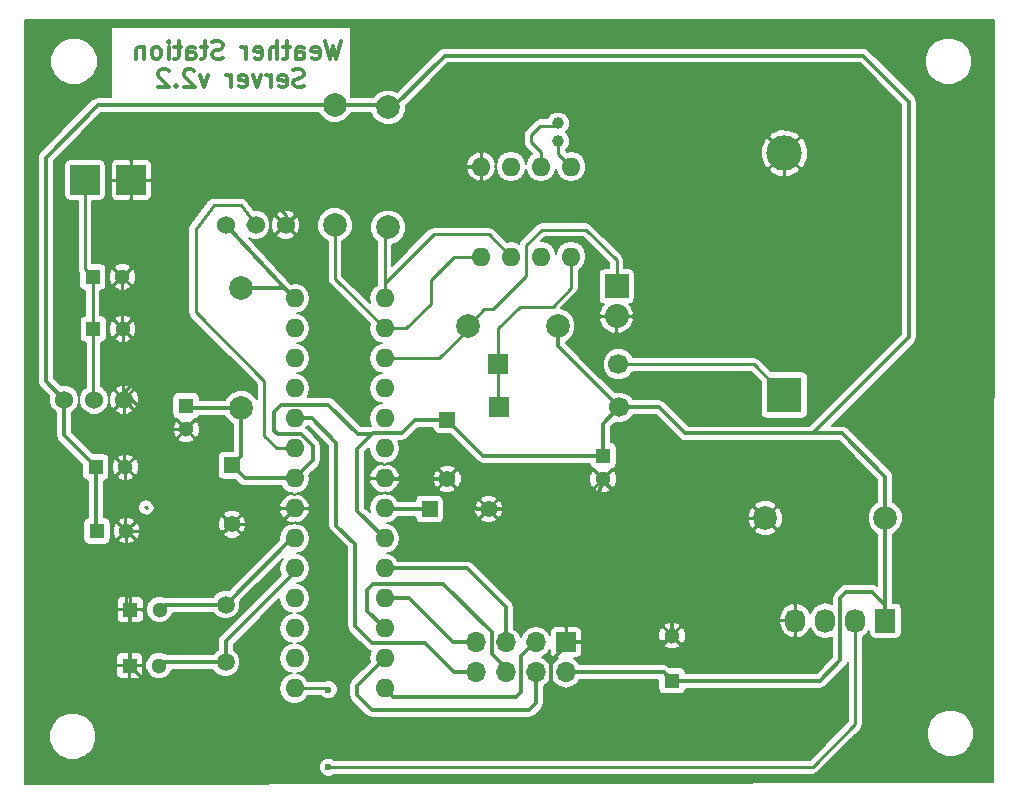
<source format=gbr>
G04 #@! TF.FileFunction,Copper,L2,Bot,Signal*
%FSLAX46Y46*%
G04 Gerber Fmt 4.6, Leading zero omitted, Abs format (unit mm)*
G04 Created by KiCad (PCBNEW 4.0.2+dfsg1-stable) date sob, 21 kwi 2018, 12:47:44*
%MOMM*%
G01*
G04 APERTURE LIST*
%ADD10C,0.500000*%
%ADD11C,0.300000*%
%ADD12R,1.300000X1.300000*%
%ADD13C,1.300000*%
%ADD14R,1.400000X1.400000*%
%ADD15C,1.400000*%
%ADD16O,1.600000X1.600000*%
%ADD17C,1.998980*%
%ADD18C,1.501140*%
%ADD19C,1.524000*%
%ADD20R,2.499360X2.499360*%
%ADD21R,1.700000X1.700000*%
%ADD22O,1.700000X1.700000*%
%ADD23C,3.000000*%
%ADD24R,3.000000X3.000000*%
%ADD25C,1.699260*%
%ADD26R,1.699260X1.699260*%
%ADD27C,1.000760*%
%ADD28R,1.727200X2.032000*%
%ADD29O,1.727200X2.032000*%
%ADD30R,2.032000X2.032000*%
%ADD31O,2.032000X2.032000*%
%ADD32C,0.600000*%
%ADD33C,0.250000*%
%ADD34C,0.350000*%
%ADD35C,0.200000*%
G04 APERTURE END LIST*
D10*
D11*
X112235714Y-43228571D02*
X111878571Y-44728571D01*
X111592857Y-43657143D01*
X111307143Y-44728571D01*
X110950000Y-43228571D01*
X109807143Y-44657143D02*
X109950000Y-44728571D01*
X110235714Y-44728571D01*
X110378571Y-44657143D01*
X110450000Y-44514286D01*
X110450000Y-43942857D01*
X110378571Y-43800000D01*
X110235714Y-43728571D01*
X109950000Y-43728571D01*
X109807143Y-43800000D01*
X109735714Y-43942857D01*
X109735714Y-44085714D01*
X110450000Y-44228571D01*
X108450000Y-44728571D02*
X108450000Y-43942857D01*
X108521429Y-43800000D01*
X108664286Y-43728571D01*
X108950000Y-43728571D01*
X109092857Y-43800000D01*
X108450000Y-44657143D02*
X108592857Y-44728571D01*
X108950000Y-44728571D01*
X109092857Y-44657143D01*
X109164286Y-44514286D01*
X109164286Y-44371429D01*
X109092857Y-44228571D01*
X108950000Y-44157143D01*
X108592857Y-44157143D01*
X108450000Y-44085714D01*
X107950000Y-43728571D02*
X107378571Y-43728571D01*
X107735714Y-43228571D02*
X107735714Y-44514286D01*
X107664286Y-44657143D01*
X107521428Y-44728571D01*
X107378571Y-44728571D01*
X106878571Y-44728571D02*
X106878571Y-43228571D01*
X106235714Y-44728571D02*
X106235714Y-43942857D01*
X106307143Y-43800000D01*
X106450000Y-43728571D01*
X106664285Y-43728571D01*
X106807143Y-43800000D01*
X106878571Y-43871429D01*
X104950000Y-44657143D02*
X105092857Y-44728571D01*
X105378571Y-44728571D01*
X105521428Y-44657143D01*
X105592857Y-44514286D01*
X105592857Y-43942857D01*
X105521428Y-43800000D01*
X105378571Y-43728571D01*
X105092857Y-43728571D01*
X104950000Y-43800000D01*
X104878571Y-43942857D01*
X104878571Y-44085714D01*
X105592857Y-44228571D01*
X104235714Y-44728571D02*
X104235714Y-43728571D01*
X104235714Y-44014286D02*
X104164286Y-43871429D01*
X104092857Y-43800000D01*
X103950000Y-43728571D01*
X103807143Y-43728571D01*
X102235715Y-44657143D02*
X102021429Y-44728571D01*
X101664286Y-44728571D01*
X101521429Y-44657143D01*
X101450000Y-44585714D01*
X101378572Y-44442857D01*
X101378572Y-44300000D01*
X101450000Y-44157143D01*
X101521429Y-44085714D01*
X101664286Y-44014286D01*
X101950000Y-43942857D01*
X102092858Y-43871429D01*
X102164286Y-43800000D01*
X102235715Y-43657143D01*
X102235715Y-43514286D01*
X102164286Y-43371429D01*
X102092858Y-43300000D01*
X101950000Y-43228571D01*
X101592858Y-43228571D01*
X101378572Y-43300000D01*
X100950001Y-43728571D02*
X100378572Y-43728571D01*
X100735715Y-43228571D02*
X100735715Y-44514286D01*
X100664287Y-44657143D01*
X100521429Y-44728571D01*
X100378572Y-44728571D01*
X99235715Y-44728571D02*
X99235715Y-43942857D01*
X99307144Y-43800000D01*
X99450001Y-43728571D01*
X99735715Y-43728571D01*
X99878572Y-43800000D01*
X99235715Y-44657143D02*
X99378572Y-44728571D01*
X99735715Y-44728571D01*
X99878572Y-44657143D01*
X99950001Y-44514286D01*
X99950001Y-44371429D01*
X99878572Y-44228571D01*
X99735715Y-44157143D01*
X99378572Y-44157143D01*
X99235715Y-44085714D01*
X98735715Y-43728571D02*
X98164286Y-43728571D01*
X98521429Y-43228571D02*
X98521429Y-44514286D01*
X98450001Y-44657143D01*
X98307143Y-44728571D01*
X98164286Y-44728571D01*
X97664286Y-44728571D02*
X97664286Y-43728571D01*
X97664286Y-43228571D02*
X97735715Y-43300000D01*
X97664286Y-43371429D01*
X97592858Y-43300000D01*
X97664286Y-43228571D01*
X97664286Y-43371429D01*
X96735714Y-44728571D02*
X96878572Y-44657143D01*
X96950000Y-44585714D01*
X97021429Y-44442857D01*
X97021429Y-44014286D01*
X96950000Y-43871429D01*
X96878572Y-43800000D01*
X96735714Y-43728571D01*
X96521429Y-43728571D01*
X96378572Y-43800000D01*
X96307143Y-43871429D01*
X96235714Y-44014286D01*
X96235714Y-44442857D01*
X96307143Y-44585714D01*
X96378572Y-44657143D01*
X96521429Y-44728571D01*
X96735714Y-44728571D01*
X95592857Y-43728571D02*
X95592857Y-44728571D01*
X95592857Y-43871429D02*
X95521429Y-43800000D01*
X95378571Y-43728571D01*
X95164286Y-43728571D01*
X95021429Y-43800000D01*
X94950000Y-43942857D01*
X94950000Y-44728571D01*
X109092856Y-47057143D02*
X108878570Y-47128571D01*
X108521427Y-47128571D01*
X108378570Y-47057143D01*
X108307141Y-46985714D01*
X108235713Y-46842857D01*
X108235713Y-46700000D01*
X108307141Y-46557143D01*
X108378570Y-46485714D01*
X108521427Y-46414286D01*
X108807141Y-46342857D01*
X108949999Y-46271429D01*
X109021427Y-46200000D01*
X109092856Y-46057143D01*
X109092856Y-45914286D01*
X109021427Y-45771429D01*
X108949999Y-45700000D01*
X108807141Y-45628571D01*
X108449999Y-45628571D01*
X108235713Y-45700000D01*
X107021428Y-47057143D02*
X107164285Y-47128571D01*
X107449999Y-47128571D01*
X107592856Y-47057143D01*
X107664285Y-46914286D01*
X107664285Y-46342857D01*
X107592856Y-46200000D01*
X107449999Y-46128571D01*
X107164285Y-46128571D01*
X107021428Y-46200000D01*
X106949999Y-46342857D01*
X106949999Y-46485714D01*
X107664285Y-46628571D01*
X106307142Y-47128571D02*
X106307142Y-46128571D01*
X106307142Y-46414286D02*
X106235714Y-46271429D01*
X106164285Y-46200000D01*
X106021428Y-46128571D01*
X105878571Y-46128571D01*
X105521428Y-46128571D02*
X105164285Y-47128571D01*
X104807143Y-46128571D01*
X103664286Y-47057143D02*
X103807143Y-47128571D01*
X104092857Y-47128571D01*
X104235714Y-47057143D01*
X104307143Y-46914286D01*
X104307143Y-46342857D01*
X104235714Y-46200000D01*
X104092857Y-46128571D01*
X103807143Y-46128571D01*
X103664286Y-46200000D01*
X103592857Y-46342857D01*
X103592857Y-46485714D01*
X104307143Y-46628571D01*
X102950000Y-47128571D02*
X102950000Y-46128571D01*
X102950000Y-46414286D02*
X102878572Y-46271429D01*
X102807143Y-46200000D01*
X102664286Y-46128571D01*
X102521429Y-46128571D01*
X101021429Y-46128571D02*
X100664286Y-47128571D01*
X100307144Y-46128571D01*
X99807144Y-45771429D02*
X99735715Y-45700000D01*
X99592858Y-45628571D01*
X99235715Y-45628571D01*
X99092858Y-45700000D01*
X99021429Y-45771429D01*
X98950001Y-45914286D01*
X98950001Y-46057143D01*
X99021429Y-46271429D01*
X99878572Y-47128571D01*
X98950001Y-47128571D01*
X98307144Y-46985714D02*
X98235716Y-47057143D01*
X98307144Y-47128571D01*
X98378573Y-47057143D01*
X98307144Y-46985714D01*
X98307144Y-47128571D01*
X97664287Y-45771429D02*
X97592858Y-45700000D01*
X97450001Y-45628571D01*
X97092858Y-45628571D01*
X96950001Y-45700000D01*
X96878572Y-45771429D01*
X96807144Y-45914286D01*
X96807144Y-46057143D01*
X96878572Y-46271429D01*
X97735715Y-47128571D01*
X96807144Y-47128571D01*
D12*
X94360000Y-96120000D03*
D13*
X96860000Y-96120000D03*
D14*
X119760000Y-82850000D03*
D15*
X124760000Y-82850000D03*
D12*
X94410000Y-91370000D03*
D13*
X96910000Y-91370000D03*
D14*
X121270000Y-75300000D03*
D15*
X121270000Y-80300000D03*
D14*
X103030000Y-79150000D03*
D15*
X103030000Y-84150000D03*
D16*
X108332143Y-65020000D03*
X108332143Y-67560000D03*
X108332143Y-70100000D03*
X108332143Y-72640000D03*
X108332143Y-75180000D03*
X108332143Y-77720000D03*
X108332143Y-80260000D03*
X108332143Y-82800000D03*
X108332143Y-85340000D03*
X108332143Y-87880000D03*
X108332143Y-90420000D03*
X108332143Y-92960000D03*
X108332143Y-95500000D03*
X108332143Y-98040000D03*
X115952143Y-98040000D03*
X115952143Y-95500000D03*
X115952143Y-92960000D03*
X115952143Y-90420000D03*
X115952143Y-87880000D03*
X115952143Y-85340000D03*
X115952143Y-82800000D03*
X115952143Y-80260000D03*
X115952143Y-77720000D03*
X115952143Y-75180000D03*
X115952143Y-72640000D03*
X115952143Y-70100000D03*
X115952143Y-67560000D03*
X115952143Y-65020000D03*
D17*
X103800000Y-74275000D03*
X103800000Y-64115000D03*
D18*
X102490000Y-90939060D03*
X102490000Y-95820940D03*
D19*
X105030000Y-58790000D03*
X107570000Y-58790000D03*
X102490000Y-58790000D03*
D12*
X140290000Y-97380000D03*
D13*
X140290000Y-93580000D03*
D20*
X90581500Y-55000000D03*
X94518500Y-55000000D03*
D21*
X131320000Y-94140000D03*
D22*
X131320000Y-96680000D03*
X128780000Y-96680000D03*
X128780000Y-94140000D03*
X126240000Y-96680000D03*
X126240000Y-94140000D03*
X123700000Y-96680000D03*
X123700000Y-94140000D03*
D12*
X99150000Y-74100000D03*
D13*
X99150000Y-76100000D03*
D12*
X134450000Y-78320000D03*
D13*
X134450000Y-80320000D03*
D23*
X149800000Y-52710000D03*
D24*
X149800000Y-73200000D03*
D25*
X135760520Y-70597460D03*
D26*
X125600520Y-70597460D03*
D25*
X135810520Y-74247460D03*
D26*
X125650520Y-74247460D03*
D17*
X111750000Y-48650000D03*
X111750000Y-58810000D03*
X116250000Y-48850000D03*
X116250000Y-59010000D03*
D16*
X131750000Y-53850000D03*
X129210000Y-53850000D03*
X126670000Y-53850000D03*
X124130000Y-53850000D03*
X124130000Y-61470000D03*
X126670000Y-61470000D03*
X129210000Y-61470000D03*
X131750000Y-61470000D03*
D27*
X130650000Y-51699300D03*
X130650000Y-50200700D03*
D17*
X158350000Y-83600000D03*
X148190000Y-83600000D03*
D28*
X158360000Y-92300000D03*
D29*
X155820000Y-92300000D03*
X153280000Y-92300000D03*
X150740000Y-92300000D03*
D17*
X130600000Y-67350000D03*
X122980000Y-67350000D03*
D30*
X135600000Y-64000000D03*
D31*
X135600000Y-66540000D03*
D12*
X91250000Y-63200000D03*
D13*
X93750000Y-63200000D03*
D12*
X91300000Y-67600000D03*
D13*
X93800000Y-67600000D03*
D12*
X91600000Y-84700000D03*
D13*
X94100000Y-84700000D03*
D12*
X91500000Y-79300000D03*
D13*
X94000000Y-79300000D03*
D19*
X91360000Y-73600000D03*
X88820000Y-73600000D03*
X93900000Y-73600000D03*
D32*
X111200000Y-104700000D03*
X111200000Y-98150000D03*
D33*
X95860000Y-82770000D02*
X95740000Y-82650000D01*
X95680000Y-82710000D02*
X95740000Y-82650000D01*
D34*
X103800000Y-74275000D02*
X99325000Y-74275000D01*
X99325000Y-74275000D02*
X99150000Y-74100000D01*
X111750000Y-48650000D02*
X91700000Y-48650000D01*
X87250000Y-72030000D02*
X88820000Y-73600000D01*
X87250000Y-53100000D02*
X87250000Y-72030000D01*
X91700000Y-48650000D02*
X87250000Y-53100000D01*
X91500000Y-79300000D02*
X91500000Y-84600000D01*
X91500000Y-84600000D02*
X91600000Y-84700000D01*
X88820000Y-73600000D02*
X88820000Y-76620000D01*
X88820000Y-76620000D02*
X91500000Y-79300000D01*
X130600000Y-67350000D02*
X130600000Y-69036940D01*
X130600000Y-69036940D02*
X135810520Y-74247460D01*
X134450000Y-78320000D02*
X134450000Y-75607980D01*
X134450000Y-75607980D02*
X135810520Y-74247460D01*
X135810520Y-74247460D02*
X139210520Y-74247460D01*
X139210520Y-74247460D02*
X141413060Y-76450000D01*
X141413060Y-76450000D02*
X152200000Y-76450000D01*
X140290000Y-97380000D02*
X152820000Y-97380000D01*
X158360000Y-91010000D02*
X158360000Y-92300000D01*
X157200000Y-89850000D02*
X158360000Y-91010000D01*
X155050000Y-89850000D02*
X157200000Y-89850000D01*
X154550000Y-90350000D02*
X155050000Y-89850000D01*
X154550000Y-95650000D02*
X154550000Y-90350000D01*
X152820000Y-97380000D02*
X154550000Y-95650000D01*
X158360000Y-92300000D02*
X158360000Y-83610000D01*
X158360000Y-83610000D02*
X158350000Y-83600000D01*
X152200000Y-76450000D02*
X154700000Y-76450000D01*
X158350000Y-80100000D02*
X158350000Y-83600000D01*
X154700000Y-76450000D02*
X158350000Y-80100000D01*
X160350000Y-61350000D02*
X160350000Y-68300000D01*
X160350000Y-68300000D02*
X152200000Y-76450000D01*
X116650000Y-48850000D02*
X121050000Y-44450000D01*
X160350000Y-48350000D02*
X160350000Y-61350000D01*
X156450000Y-44450000D02*
X160350000Y-48350000D01*
X121050000Y-44450000D02*
X156450000Y-44450000D01*
X114885000Y-76485000D02*
X113685000Y-76485000D01*
X109900000Y-78692143D02*
X108332143Y-80260000D01*
X109900000Y-77525677D02*
X109900000Y-78692143D01*
X108874323Y-76500000D02*
X109900000Y-77525677D01*
X106900000Y-76500000D02*
X108874323Y-76500000D01*
X106600000Y-76200000D02*
X106900000Y-76500000D01*
X106600000Y-74600000D02*
X106600000Y-76200000D01*
X107200000Y-74000000D02*
X106600000Y-74600000D01*
X111200000Y-74000000D02*
X107200000Y-74000000D01*
X113685000Y-76485000D02*
X111200000Y-74000000D01*
X116250000Y-48850000D02*
X116650000Y-48850000D01*
X111750000Y-48650000D02*
X116050000Y-48650000D01*
X116050000Y-48650000D02*
X116250000Y-48850000D01*
X103800000Y-74275000D02*
X103800000Y-78380000D01*
X103800000Y-78380000D02*
X103030000Y-79150000D01*
X111950000Y-48850000D02*
X111750000Y-48650000D01*
X111750000Y-48650000D02*
X111350000Y-48650000D01*
X121270000Y-75300000D02*
X118530000Y-75300000D01*
X113610000Y-82997857D02*
X115952143Y-85340000D01*
X113610000Y-77760000D02*
X113610000Y-82997857D01*
X114950000Y-76420000D02*
X114885000Y-76485000D01*
X114885000Y-76485000D02*
X113610000Y-77760000D01*
X117410000Y-76420000D02*
X114950000Y-76420000D01*
X118530000Y-75300000D02*
X117410000Y-76420000D01*
X131320000Y-96680000D02*
X139590000Y-96680000D01*
X139590000Y-96680000D02*
X140290000Y-97380000D01*
X134450000Y-78320000D02*
X124290000Y-78320000D01*
X124290000Y-78320000D02*
X121270000Y-75300000D01*
X108332143Y-80260000D02*
X104140000Y-80260000D01*
X104140000Y-80260000D02*
X103030000Y-79150000D01*
X103800000Y-64115000D02*
X107427143Y-64115000D01*
X107427143Y-64115000D02*
X108332143Y-65020000D01*
X102490000Y-58790000D02*
X108060000Y-64747857D01*
X108332143Y-75180000D02*
X109780000Y-75180000D01*
X121830000Y-96680000D02*
X119370000Y-94220000D01*
X119370000Y-94220000D02*
X114920000Y-94220000D01*
X114920000Y-94220000D02*
X113440000Y-92740000D01*
X113440000Y-92740000D02*
X113440000Y-85810000D01*
X113440000Y-85810000D02*
X111880000Y-84250000D01*
X111880000Y-84250000D02*
X111880000Y-78727857D01*
X121830000Y-96680000D02*
X123700000Y-96680000D01*
X111850000Y-78697857D02*
X111880000Y-78727857D01*
X111850000Y-77250000D02*
X111850000Y-78697857D01*
X109780000Y-75180000D02*
X111850000Y-77250000D01*
X123700000Y-96680000D02*
X123500000Y-96680000D01*
X128780000Y-94140000D02*
X128660000Y-94140000D01*
X128660000Y-94140000D02*
X127500000Y-95300000D01*
X127500000Y-95300000D02*
X127500000Y-98320000D01*
X127500000Y-98320000D02*
X127080000Y-98740000D01*
X127080000Y-98740000D02*
X116652143Y-98740000D01*
X116652143Y-98740000D02*
X115952143Y-98040000D01*
X128780000Y-96680000D02*
X128780000Y-99300000D01*
X113610000Y-97842143D02*
X115952143Y-95500000D01*
X113610000Y-98600000D02*
X113610000Y-97842143D01*
X114870000Y-99860000D02*
X113610000Y-98600000D01*
X128220000Y-99860000D02*
X114870000Y-99860000D01*
X128780000Y-99300000D02*
X128220000Y-99860000D01*
D33*
X115952143Y-95500000D02*
X115680000Y-95500000D01*
D34*
X126240000Y-96680000D02*
X126240000Y-96310000D01*
X126240000Y-96310000D02*
X125010000Y-95080000D01*
X114480000Y-91487857D02*
X115952143Y-92960000D01*
X114480000Y-89720000D02*
X114480000Y-91487857D01*
X115010000Y-89190000D02*
X114480000Y-89720000D01*
X120910000Y-89190000D02*
X115010000Y-89190000D01*
X125010000Y-93290000D02*
X120910000Y-89190000D01*
X125010000Y-95080000D02*
X125010000Y-93290000D01*
X126240000Y-96680000D02*
X125870000Y-96680000D01*
X123700000Y-94140000D02*
X121740000Y-94140000D01*
X118020000Y-90420000D02*
X115952143Y-90420000D01*
X121740000Y-94140000D02*
X118020000Y-90420000D01*
X116212143Y-90680000D02*
X115952143Y-90420000D01*
X115952143Y-87880000D02*
X122960000Y-87880000D01*
X126240000Y-91160000D02*
X126240000Y-94140000D01*
X122960000Y-87880000D02*
X126240000Y-91160000D01*
X119760000Y-82850000D02*
X116002143Y-82850000D01*
X116002143Y-82850000D02*
X115952143Y-82800000D01*
X102490000Y-95820940D02*
X97159060Y-95820940D01*
D33*
X97159060Y-95820940D02*
X96860000Y-96120000D01*
X108332143Y-87880000D02*
X108332143Y-88207857D01*
D34*
X108332143Y-88207857D02*
X102490000Y-94050000D01*
X102490000Y-94050000D02*
X102490000Y-95820940D01*
X102490000Y-90939060D02*
X97340940Y-90939060D01*
D33*
X97340940Y-90939060D02*
X96910000Y-91370000D01*
X108332143Y-85340000D02*
X108089060Y-85340000D01*
D34*
X108089060Y-85340000D02*
X102490000Y-90939060D01*
D33*
X135760520Y-70597460D02*
X147197460Y-70597460D01*
X147197460Y-70597460D02*
X149800000Y-73200000D01*
X125600520Y-70597460D02*
X125600520Y-67499480D01*
X131750000Y-64150000D02*
X131750000Y-61470000D01*
X130200000Y-65700000D02*
X131750000Y-64150000D01*
X127400000Y-65700000D02*
X130200000Y-65700000D01*
X125600520Y-67499480D02*
X127400000Y-65700000D01*
X125600520Y-70597460D02*
X125600520Y-74197460D01*
X125600520Y-74197460D02*
X125650520Y-74247460D01*
X125600520Y-70597460D02*
X125600520Y-69469480D01*
X132150520Y-61870520D02*
X131750000Y-61470000D01*
X115952143Y-67560000D02*
X117790000Y-67560000D01*
X121830000Y-61470000D02*
X124130000Y-61470000D01*
X119850000Y-63450000D02*
X121830000Y-61470000D01*
X119850000Y-65500000D02*
X119850000Y-63450000D01*
X117790000Y-67560000D02*
X119850000Y-65500000D01*
X124150000Y-61490000D02*
X124130000Y-61470000D01*
X111750000Y-58810000D02*
X111750000Y-63357857D01*
X111750000Y-63357857D02*
X115952143Y-67560000D01*
X115952143Y-65020000D02*
X115952143Y-63747857D01*
X124800000Y-59600000D02*
X126670000Y-61470000D01*
X120100000Y-59600000D02*
X124800000Y-59600000D01*
X115952143Y-63747857D02*
X120100000Y-59600000D01*
X115952143Y-65020000D02*
X115952143Y-59307857D01*
X115952143Y-59307857D02*
X116250000Y-59010000D01*
X130650000Y-51699300D02*
X130650000Y-52750000D01*
X130650000Y-52750000D02*
X131750000Y-53850000D01*
X129210000Y-53850000D02*
X129210000Y-52660000D01*
X129150000Y-50400000D02*
X130450700Y-50400000D01*
X128350000Y-51200000D02*
X129150000Y-50400000D01*
X128350000Y-51800000D02*
X128350000Y-51200000D01*
X129210000Y-52660000D02*
X128350000Y-51800000D01*
X130450700Y-50400000D02*
X130650000Y-50200700D01*
X107570000Y-58790000D02*
X107570000Y-57920000D01*
X98050000Y-68750000D02*
X93900000Y-72900000D01*
X98050000Y-58100000D02*
X98050000Y-68750000D01*
X101600000Y-54550000D02*
X98050000Y-58100000D01*
X104200000Y-54550000D02*
X101600000Y-54550000D01*
X107570000Y-57920000D02*
X104200000Y-54550000D01*
X93900000Y-72900000D02*
X93900000Y-73600000D01*
X94100000Y-84700000D02*
X94100000Y-91060000D01*
X94100000Y-91060000D02*
X94410000Y-91370000D01*
X94100000Y-84700000D02*
X102480000Y-84700000D01*
X102480000Y-84700000D02*
X103030000Y-84150000D01*
X94000000Y-79300000D02*
X94000000Y-84600000D01*
X94000000Y-84600000D02*
X94100000Y-84700000D01*
X93900000Y-73600000D02*
X94550000Y-73600000D01*
X94550000Y-73600000D02*
X97050000Y-76100000D01*
X97050000Y-76100000D02*
X99150000Y-76100000D01*
X93900000Y-73600000D02*
X93900000Y-79200000D01*
X93900000Y-79200000D02*
X94000000Y-79300000D01*
X93800000Y-67600000D02*
X93800000Y-73500000D01*
X93800000Y-73500000D02*
X93900000Y-73600000D01*
X93750000Y-63200000D02*
X93750000Y-67550000D01*
X93750000Y-67550000D02*
X93800000Y-67600000D01*
X94518500Y-55000000D02*
X94518500Y-62431500D01*
X94518500Y-62431500D02*
X93750000Y-63200000D01*
X103030000Y-84030000D02*
X103030000Y-84150000D01*
X135600000Y-66540000D02*
X140210000Y-66540000D01*
X149800000Y-56950000D02*
X149800000Y-52710000D01*
X140210000Y-66540000D02*
X149800000Y-56950000D01*
X124130000Y-53850000D02*
X124130000Y-51720000D01*
X145540000Y-48450000D02*
X149800000Y-52710000D01*
X127400000Y-48450000D02*
X145540000Y-48450000D01*
X124130000Y-51720000D02*
X127400000Y-48450000D01*
X107570000Y-58790000D02*
X107570000Y-58780000D01*
X107570000Y-58780000D02*
X112500000Y-53850000D01*
X112500000Y-53850000D02*
X124130000Y-53850000D01*
X150740000Y-92300000D02*
X150740000Y-86150000D01*
X150740000Y-86150000D02*
X148190000Y-83600000D01*
X148190000Y-83600000D02*
X144700000Y-83600000D01*
X144700000Y-83600000D02*
X140290000Y-88010000D01*
D34*
X131320000Y-94430000D02*
X130050000Y-95700000D01*
X130050000Y-95700000D02*
X130050000Y-100350000D01*
X130050000Y-100350000D02*
X128390000Y-102010000D01*
X128390000Y-102010000D02*
X100250000Y-102010000D01*
X100250000Y-102010000D02*
X94360000Y-96120000D01*
D33*
X107570000Y-58790000D02*
X107570000Y-59220000D01*
X124130000Y-54480000D02*
X124130000Y-53850000D01*
X124150000Y-53830000D02*
X124130000Y-53850000D01*
D34*
X131320000Y-94140000D02*
X131320000Y-94430000D01*
X94360000Y-96120000D02*
X94360000Y-91420000D01*
X94360000Y-91420000D02*
X94410000Y-91370000D01*
X131320000Y-94140000D02*
X139730000Y-94140000D01*
X139730000Y-94140000D02*
X140290000Y-93580000D01*
X140290000Y-93580000D02*
X140290000Y-88570000D01*
X140290000Y-88570000D02*
X140290000Y-88010000D01*
X140290000Y-88010000D02*
X140290000Y-87960000D01*
X140290000Y-87960000D02*
X134450000Y-80320000D01*
X125010000Y-82850000D02*
X124760000Y-82850000D01*
X124760000Y-82850000D02*
X133720000Y-82850000D01*
X133720000Y-82850000D02*
X134450000Y-80320000D01*
X124760000Y-82850000D02*
X123820000Y-82850000D01*
X123820000Y-82850000D02*
X121270000Y-80300000D01*
X121270000Y-80300000D02*
X115992143Y-80300000D01*
X115992143Y-80300000D02*
X115952143Y-80260000D01*
D33*
X103030000Y-84150000D02*
X106982143Y-84150000D01*
X106982143Y-84150000D02*
X108332143Y-82800000D01*
X108332143Y-77720000D02*
X106820000Y-77720000D01*
X103790000Y-57100000D02*
X105030000Y-58790000D01*
X101500000Y-57100000D02*
X103790000Y-57100000D01*
X99950000Y-59100000D02*
X101500000Y-57100000D01*
X99950000Y-66200000D02*
X99950000Y-59100000D01*
X105750000Y-72000000D02*
X99950000Y-66200000D01*
X105750000Y-76650000D02*
X105750000Y-72000000D01*
X106820000Y-77720000D02*
X105750000Y-76650000D01*
D34*
X105030000Y-58790000D02*
X105340000Y-58790000D01*
X105030000Y-58790000D02*
X104400000Y-58790000D01*
X108332143Y-95500000D02*
X108500000Y-95500000D01*
D33*
X108332143Y-98040000D02*
X111090000Y-98040000D01*
X152200000Y-104700000D02*
X155820000Y-101080000D01*
X155820000Y-101080000D02*
X155820000Y-92300000D01*
X151650000Y-104700000D02*
X152200000Y-104700000D01*
X151700000Y-104700000D02*
X151650000Y-104700000D01*
X111200000Y-104700000D02*
X151700000Y-104700000D01*
X111090000Y-98040000D02*
X111200000Y-98150000D01*
X135600000Y-64000000D02*
X135600000Y-61800000D01*
X124380000Y-65950000D02*
X122980000Y-67350000D01*
X125100000Y-65950000D02*
X124380000Y-65950000D01*
X127950000Y-63100000D02*
X125100000Y-65950000D01*
X127950000Y-60500000D02*
X127950000Y-63100000D01*
X129250000Y-59200000D02*
X127950000Y-60500000D01*
X133000000Y-59200000D02*
X129250000Y-59200000D01*
X135600000Y-61800000D02*
X133000000Y-59200000D01*
X122980000Y-67350000D02*
X122980000Y-67670000D01*
X122980000Y-67670000D02*
X120550000Y-70100000D01*
X120550000Y-70100000D02*
X115952143Y-70100000D01*
X91300000Y-67600000D02*
X91300000Y-73540000D01*
X91300000Y-73540000D02*
X91360000Y-73600000D01*
X91250000Y-63200000D02*
X91250000Y-67550000D01*
X91250000Y-67550000D02*
X91300000Y-67600000D01*
X90581500Y-55000000D02*
X90581500Y-62531500D01*
X90581500Y-62531500D02*
X91250000Y-63200000D01*
X89700000Y-55881500D02*
X90581500Y-55000000D01*
D35*
G36*
X167500077Y-105950182D02*
X85550000Y-106099817D01*
X85550000Y-102496079D01*
X87549654Y-102496079D01*
X87853494Y-103231429D01*
X88415612Y-103794529D01*
X89150430Y-104099652D01*
X89946079Y-104100346D01*
X90681429Y-103796506D01*
X91244529Y-103234388D01*
X91549652Y-102499570D01*
X91550346Y-101703921D01*
X91246506Y-100968571D01*
X90684388Y-100405471D01*
X89949570Y-100100348D01*
X89153921Y-100099654D01*
X88418571Y-100403494D01*
X87855471Y-100965612D01*
X87550348Y-101700430D01*
X87549654Y-102496079D01*
X85550000Y-102496079D01*
X85550000Y-96290000D01*
X93210000Y-96290000D01*
X93210000Y-96869456D01*
X93286121Y-97053227D01*
X93426773Y-97193880D01*
X93610544Y-97270000D01*
X94190000Y-97270000D01*
X94315000Y-97145000D01*
X94315000Y-96165000D01*
X94405000Y-96165000D01*
X94405000Y-97145000D01*
X94530000Y-97270000D01*
X95109456Y-97270000D01*
X95293227Y-97193880D01*
X95433879Y-97053227D01*
X95510000Y-96869456D01*
X95510000Y-96347746D01*
X95709801Y-96347746D01*
X95884509Y-96770572D01*
X96207727Y-97094354D01*
X96630247Y-97269800D01*
X97087746Y-97270199D01*
X97510572Y-97095491D01*
X97834354Y-96772273D01*
X97949098Y-96495940D01*
X101415786Y-96495940D01*
X101429200Y-96528405D01*
X101780684Y-96880503D01*
X102240155Y-97071292D01*
X102737662Y-97071726D01*
X103197465Y-96881740D01*
X103549563Y-96530256D01*
X103740352Y-96070785D01*
X103740786Y-95573278D01*
X103550800Y-95113475D01*
X103199316Y-94761377D01*
X103165000Y-94747128D01*
X103165000Y-94329594D01*
X107017943Y-90476651D01*
X107105631Y-90917488D01*
X107387435Y-91339239D01*
X107809186Y-91621043D01*
X108155855Y-91690000D01*
X107809186Y-91758957D01*
X107387435Y-92040761D01*
X107105631Y-92462512D01*
X107006674Y-92960000D01*
X107105631Y-93457488D01*
X107387435Y-93879239D01*
X107809186Y-94161043D01*
X108155855Y-94230000D01*
X107809186Y-94298957D01*
X107387435Y-94580761D01*
X107105631Y-95002512D01*
X107006674Y-95500000D01*
X107105631Y-95997488D01*
X107387435Y-96419239D01*
X107809186Y-96701043D01*
X108155855Y-96770000D01*
X107809186Y-96838957D01*
X107387435Y-97120761D01*
X107105631Y-97542512D01*
X107006674Y-98040000D01*
X107105631Y-98537488D01*
X107387435Y-98959239D01*
X107809186Y-99241043D01*
X108306674Y-99340000D01*
X108357612Y-99340000D01*
X108855100Y-99241043D01*
X109276851Y-98959239D01*
X109473455Y-98665000D01*
X110583716Y-98665000D01*
X110746245Y-98827812D01*
X111040172Y-98949861D01*
X111358432Y-98950139D01*
X111652572Y-98828603D01*
X111877812Y-98603755D01*
X111999861Y-98309828D01*
X112000139Y-97991568D01*
X111878603Y-97697428D01*
X111653755Y-97472188D01*
X111359828Y-97350139D01*
X111041568Y-97349861D01*
X110883919Y-97415000D01*
X109473455Y-97415000D01*
X109276851Y-97120761D01*
X108855100Y-96838957D01*
X108508431Y-96770000D01*
X108855100Y-96701043D01*
X109276851Y-96419239D01*
X109558655Y-95997488D01*
X109657612Y-95500000D01*
X109558655Y-95002512D01*
X109276851Y-94580761D01*
X108855100Y-94298957D01*
X108508431Y-94230000D01*
X108855100Y-94161043D01*
X109276851Y-93879239D01*
X109558655Y-93457488D01*
X109657612Y-92960000D01*
X109558655Y-92462512D01*
X109276851Y-92040761D01*
X108855100Y-91758957D01*
X108508431Y-91690000D01*
X108855100Y-91621043D01*
X109276851Y-91339239D01*
X109558655Y-90917488D01*
X109657612Y-90420000D01*
X109558655Y-89922512D01*
X109276851Y-89500761D01*
X108855100Y-89218957D01*
X108508431Y-89150000D01*
X108855100Y-89081043D01*
X109276851Y-88799239D01*
X109558655Y-88377488D01*
X109657612Y-87880000D01*
X109558655Y-87382512D01*
X109276851Y-86960761D01*
X108855100Y-86678957D01*
X108508431Y-86610000D01*
X108855100Y-86541043D01*
X109276851Y-86259239D01*
X109558655Y-85837488D01*
X109657612Y-85340000D01*
X109558655Y-84842512D01*
X109276851Y-84420761D01*
X108855100Y-84138957D01*
X108377145Y-84043885D01*
X108377145Y-83974226D01*
X108579833Y-84076190D01*
X109049355Y-83884259D01*
X109409688Y-83527260D01*
X109605975Y-83059542D01*
X109608329Y-83047689D01*
X109506281Y-82845000D01*
X108377143Y-82845000D01*
X108377143Y-82865000D01*
X108287143Y-82865000D01*
X108287143Y-82845000D01*
X107158005Y-82845000D01*
X107055957Y-83047689D01*
X107058311Y-83059542D01*
X107254598Y-83527260D01*
X107614931Y-83884259D01*
X108084453Y-84076190D01*
X108287141Y-83974226D01*
X108287141Y-84043885D01*
X107809186Y-84138957D01*
X107387435Y-84420761D01*
X107105631Y-84842512D01*
X107006674Y-85340000D01*
X107027876Y-85446590D01*
X102772287Y-89702179D01*
X102739845Y-89688708D01*
X102242338Y-89688274D01*
X101782535Y-89878260D01*
X101430437Y-90229744D01*
X101416188Y-90264060D01*
X97340940Y-90264060D01*
X97276330Y-90276912D01*
X97139753Y-90220200D01*
X96682254Y-90219801D01*
X96259428Y-90394509D01*
X95935646Y-90717727D01*
X95760200Y-91140247D01*
X95759801Y-91597746D01*
X95934509Y-92020572D01*
X96257727Y-92344354D01*
X96680247Y-92519800D01*
X97137746Y-92520199D01*
X97560572Y-92345491D01*
X97884354Y-92022273D01*
X98053859Y-91614060D01*
X101415786Y-91614060D01*
X101429200Y-91646525D01*
X101780684Y-91998623D01*
X102240155Y-92189412D01*
X102737662Y-92189846D01*
X103197465Y-91999860D01*
X103549563Y-91648376D01*
X103740352Y-91188905D01*
X103740786Y-90691398D01*
X103726597Y-90657057D01*
X107316035Y-87067619D01*
X107105631Y-87382512D01*
X107006674Y-87880000D01*
X107105631Y-88377488D01*
X107146601Y-88438805D01*
X102012703Y-93572703D01*
X101866381Y-93791688D01*
X101848966Y-93879239D01*
X101815000Y-94050000D01*
X101815000Y-94746726D01*
X101782535Y-94760140D01*
X101430437Y-95111624D01*
X101416188Y-95145940D01*
X97512566Y-95145940D01*
X97512273Y-95145646D01*
X97089753Y-94970200D01*
X96632254Y-94969801D01*
X96209428Y-95144509D01*
X95885646Y-95467727D01*
X95710200Y-95890247D01*
X95709801Y-96347746D01*
X95510000Y-96347746D01*
X95510000Y-96290000D01*
X95385000Y-96165000D01*
X94405000Y-96165000D01*
X94315000Y-96165000D01*
X93335000Y-96165000D01*
X93210000Y-96290000D01*
X85550000Y-96290000D01*
X85550000Y-95370544D01*
X93210000Y-95370544D01*
X93210000Y-95950000D01*
X93335000Y-96075000D01*
X94315000Y-96075000D01*
X94315000Y-95095000D01*
X94405000Y-95095000D01*
X94405000Y-96075000D01*
X95385000Y-96075000D01*
X95510000Y-95950000D01*
X95510000Y-95370544D01*
X95433879Y-95186773D01*
X95293227Y-95046120D01*
X95109456Y-94970000D01*
X94530000Y-94970000D01*
X94405000Y-95095000D01*
X94315000Y-95095000D01*
X94190000Y-94970000D01*
X93610544Y-94970000D01*
X93426773Y-95046120D01*
X93286121Y-95186773D01*
X93210000Y-95370544D01*
X85550000Y-95370544D01*
X85550000Y-91540000D01*
X93260000Y-91540000D01*
X93260000Y-92119456D01*
X93336121Y-92303227D01*
X93476773Y-92443880D01*
X93660544Y-92520000D01*
X94240000Y-92520000D01*
X94365000Y-92395000D01*
X94365000Y-91415000D01*
X94455000Y-91415000D01*
X94455000Y-92395000D01*
X94580000Y-92520000D01*
X95159456Y-92520000D01*
X95343227Y-92443880D01*
X95483879Y-92303227D01*
X95560000Y-92119456D01*
X95560000Y-91540000D01*
X95435000Y-91415000D01*
X94455000Y-91415000D01*
X94365000Y-91415000D01*
X93385000Y-91415000D01*
X93260000Y-91540000D01*
X85550000Y-91540000D01*
X85550000Y-90620544D01*
X93260000Y-90620544D01*
X93260000Y-91200000D01*
X93385000Y-91325000D01*
X94365000Y-91325000D01*
X94365000Y-90345000D01*
X94455000Y-90345000D01*
X94455000Y-91325000D01*
X95435000Y-91325000D01*
X95560000Y-91200000D01*
X95560000Y-90620544D01*
X95483879Y-90436773D01*
X95343227Y-90296120D01*
X95159456Y-90220000D01*
X94580000Y-90220000D01*
X94455000Y-90345000D01*
X94365000Y-90345000D01*
X94240000Y-90220000D01*
X93660544Y-90220000D01*
X93476773Y-90296120D01*
X93336121Y-90436773D01*
X93260000Y-90620544D01*
X85550000Y-90620544D01*
X85550000Y-53100000D01*
X86575000Y-53100000D01*
X86575000Y-72030000D01*
X86626381Y-72288312D01*
X86772703Y-72507297D01*
X87574374Y-73308968D01*
X87558220Y-73347871D01*
X87557781Y-73849926D01*
X87749505Y-74313932D01*
X88104201Y-74669248D01*
X88145000Y-74686189D01*
X88145000Y-76620000D01*
X88196381Y-76878312D01*
X88342703Y-77097297D01*
X90340205Y-79094799D01*
X90340205Y-79950000D01*
X90375069Y-80135289D01*
X90484575Y-80305465D01*
X90651661Y-80419630D01*
X90825000Y-80454732D01*
X90825000Y-83563725D01*
X90764711Y-83575069D01*
X90594535Y-83684575D01*
X90480370Y-83851661D01*
X90440205Y-84050000D01*
X90440205Y-85350000D01*
X90475069Y-85535289D01*
X90584575Y-85705465D01*
X90751661Y-85819630D01*
X90950000Y-85859795D01*
X92250000Y-85859795D01*
X92435289Y-85824931D01*
X92605465Y-85715425D01*
X92719630Y-85548339D01*
X92735119Y-85471852D01*
X93391788Y-85471852D01*
X93447718Y-85674348D01*
X93870237Y-85849798D01*
X94327735Y-85850201D01*
X94750563Y-85675497D01*
X94752282Y-85674348D01*
X94808212Y-85471852D01*
X94100000Y-84763640D01*
X93391788Y-85471852D01*
X92735119Y-85471852D01*
X92759795Y-85350000D01*
X92759795Y-84927735D01*
X92949799Y-84927735D01*
X93124503Y-85350563D01*
X93125652Y-85352282D01*
X93328148Y-85408212D01*
X94036360Y-84700000D01*
X94163640Y-84700000D01*
X94871852Y-85408212D01*
X95074348Y-85352282D01*
X95238101Y-84957931D01*
X102285709Y-84957931D01*
X102347732Y-85165620D01*
X102788327Y-85349402D01*
X103265715Y-85350587D01*
X103707217Y-85168994D01*
X103712268Y-85165620D01*
X103774291Y-84957931D01*
X103030000Y-84213640D01*
X102285709Y-84957931D01*
X95238101Y-84957931D01*
X95249798Y-84929763D01*
X95250201Y-84472265D01*
X95214441Y-84385715D01*
X101829413Y-84385715D01*
X102011006Y-84827217D01*
X102014380Y-84832268D01*
X102222069Y-84894291D01*
X102966360Y-84150000D01*
X103093640Y-84150000D01*
X103837931Y-84894291D01*
X104045620Y-84832268D01*
X104229402Y-84391673D01*
X104230587Y-83914285D01*
X104048994Y-83472783D01*
X104045620Y-83467732D01*
X103837931Y-83405709D01*
X103093640Y-84150000D01*
X102966360Y-84150000D01*
X102222069Y-83405709D01*
X102014380Y-83467732D01*
X101830598Y-83908327D01*
X101829413Y-84385715D01*
X95214441Y-84385715D01*
X95075497Y-84049437D01*
X95074348Y-84047718D01*
X94871852Y-83991788D01*
X94163640Y-84700000D01*
X94036360Y-84700000D01*
X93328148Y-83991788D01*
X93125652Y-84047718D01*
X92950202Y-84470237D01*
X92949799Y-84927735D01*
X92759795Y-84927735D01*
X92759795Y-84050000D01*
X92736868Y-83928148D01*
X93391788Y-83928148D01*
X94100000Y-84636360D01*
X94808212Y-83928148D01*
X94752282Y-83725652D01*
X94329763Y-83550202D01*
X93872265Y-83549799D01*
X93449437Y-83724503D01*
X93447718Y-83725652D01*
X93391788Y-83928148D01*
X92736868Y-83928148D01*
X92724931Y-83864711D01*
X92615425Y-83694535D01*
X92448339Y-83580370D01*
X92250000Y-83540205D01*
X92175000Y-83540205D01*
X92175000Y-82710000D01*
X95055000Y-82710000D01*
X95102575Y-82949177D01*
X95238058Y-83151942D01*
X95440823Y-83287425D01*
X95569262Y-83312973D01*
X95620823Y-83347425D01*
X95860000Y-83395001D01*
X96099178Y-83347425D01*
X96107193Y-83342069D01*
X102285709Y-83342069D01*
X103030000Y-84086360D01*
X103774291Y-83342069D01*
X103712268Y-83134380D01*
X103271673Y-82950598D01*
X102794285Y-82949413D01*
X102352783Y-83131006D01*
X102347732Y-83134380D01*
X102285709Y-83342069D01*
X96107193Y-83342069D01*
X96301942Y-83211942D01*
X96437425Y-83009178D01*
X96485001Y-82770000D01*
X96437425Y-82530823D01*
X96301942Y-82328059D01*
X96181942Y-82208058D01*
X96025481Y-82103514D01*
X95979178Y-82072575D01*
X95740000Y-82024999D01*
X95500823Y-82072575D01*
X95298058Y-82208058D01*
X95238058Y-82268058D01*
X95102575Y-82470823D01*
X95055000Y-82710000D01*
X92175000Y-82710000D01*
X92175000Y-80455091D01*
X92335289Y-80424931D01*
X92505465Y-80315425D01*
X92619630Y-80148339D01*
X92635119Y-80071852D01*
X93291788Y-80071852D01*
X93347718Y-80274348D01*
X93770237Y-80449798D01*
X94227735Y-80450201D01*
X94650563Y-80275497D01*
X94652282Y-80274348D01*
X94708212Y-80071852D01*
X94000000Y-79363640D01*
X93291788Y-80071852D01*
X92635119Y-80071852D01*
X92659795Y-79950000D01*
X92659795Y-79527735D01*
X92849799Y-79527735D01*
X93024503Y-79950563D01*
X93025652Y-79952282D01*
X93228148Y-80008212D01*
X93936360Y-79300000D01*
X94063640Y-79300000D01*
X94771852Y-80008212D01*
X94974348Y-79952282D01*
X95149798Y-79529763D01*
X95150201Y-79072265D01*
X94975497Y-78649437D01*
X94974348Y-78647718D01*
X94771852Y-78591788D01*
X94063640Y-79300000D01*
X93936360Y-79300000D01*
X93228148Y-78591788D01*
X93025652Y-78647718D01*
X92850202Y-79070237D01*
X92849799Y-79527735D01*
X92659795Y-79527735D01*
X92659795Y-78650000D01*
X92636868Y-78528148D01*
X93291788Y-78528148D01*
X94000000Y-79236360D01*
X94708212Y-78528148D01*
X94652282Y-78325652D01*
X94229763Y-78150202D01*
X93772265Y-78149799D01*
X93349437Y-78324503D01*
X93347718Y-78325652D01*
X93291788Y-78528148D01*
X92636868Y-78528148D01*
X92624931Y-78464711D01*
X92515425Y-78294535D01*
X92348339Y-78180370D01*
X92150000Y-78140205D01*
X91294799Y-78140205D01*
X90026446Y-76871852D01*
X98441788Y-76871852D01*
X98497718Y-77074348D01*
X98920237Y-77249798D01*
X99377735Y-77250201D01*
X99800563Y-77075497D01*
X99802282Y-77074348D01*
X99858212Y-76871852D01*
X99150000Y-76163640D01*
X98441788Y-76871852D01*
X90026446Y-76871852D01*
X89495000Y-76340406D01*
X89495000Y-76327735D01*
X97999799Y-76327735D01*
X98174503Y-76750563D01*
X98175652Y-76752282D01*
X98378148Y-76808212D01*
X99086360Y-76100000D01*
X99213640Y-76100000D01*
X99921852Y-76808212D01*
X100124348Y-76752282D01*
X100299798Y-76329763D01*
X100300201Y-75872265D01*
X100125497Y-75449437D01*
X100124348Y-75447718D01*
X99921852Y-75391788D01*
X99213640Y-76100000D01*
X99086360Y-76100000D01*
X98378148Y-75391788D01*
X98175652Y-75447718D01*
X98000202Y-75870237D01*
X97999799Y-76327735D01*
X89495000Y-76327735D01*
X89495000Y-74686581D01*
X89533932Y-74670495D01*
X89889248Y-74315799D01*
X90081780Y-73852129D01*
X90082219Y-73350074D01*
X89890495Y-72886068D01*
X89535799Y-72530752D01*
X89072129Y-72338220D01*
X88570074Y-72337781D01*
X88529245Y-72354651D01*
X87925000Y-71750406D01*
X87925000Y-53750320D01*
X88822025Y-53750320D01*
X88822025Y-56249680D01*
X88856889Y-56434969D01*
X88966395Y-56605145D01*
X89133481Y-56719310D01*
X89331820Y-56759475D01*
X89956500Y-56759475D01*
X89956500Y-62531500D01*
X90004075Y-62770677D01*
X90090205Y-62899580D01*
X90090205Y-63850000D01*
X90125069Y-64035289D01*
X90234575Y-64205465D01*
X90401661Y-64319630D01*
X90600000Y-64359795D01*
X90625000Y-64359795D01*
X90625000Y-66444909D01*
X90464711Y-66475069D01*
X90294535Y-66584575D01*
X90180370Y-66751661D01*
X90140205Y-66950000D01*
X90140205Y-68250000D01*
X90175069Y-68435289D01*
X90284575Y-68605465D01*
X90451661Y-68719630D01*
X90650000Y-68759795D01*
X90675000Y-68759795D01*
X90675000Y-72517551D01*
X90646068Y-72529505D01*
X90290752Y-72884201D01*
X90098220Y-73347871D01*
X90097781Y-73849926D01*
X90289505Y-74313932D01*
X90644201Y-74669248D01*
X91107871Y-74861780D01*
X91609926Y-74862219D01*
X92073932Y-74670495D01*
X92292141Y-74452666D01*
X93110973Y-74452666D01*
X93180551Y-74666795D01*
X93643561Y-74860911D01*
X94145611Y-74863065D01*
X94610269Y-74672928D01*
X94619449Y-74666795D01*
X94689027Y-74452666D01*
X93900000Y-73663640D01*
X93110973Y-74452666D01*
X92292141Y-74452666D01*
X92429248Y-74315799D01*
X92621780Y-73852129D01*
X92621785Y-73845611D01*
X92636935Y-73845611D01*
X92827072Y-74310269D01*
X92833205Y-74319449D01*
X93047334Y-74389027D01*
X93836360Y-73600000D01*
X93963640Y-73600000D01*
X94752666Y-74389027D01*
X94966795Y-74319449D01*
X95160911Y-73856439D01*
X95163065Y-73354389D01*
X94972928Y-72889731D01*
X94966795Y-72880551D01*
X94752666Y-72810973D01*
X93963640Y-73600000D01*
X93836360Y-73600000D01*
X93047334Y-72810973D01*
X92833205Y-72880551D01*
X92639089Y-73343561D01*
X92636935Y-73845611D01*
X92621785Y-73845611D01*
X92622219Y-73350074D01*
X92430495Y-72886068D01*
X92292004Y-72747334D01*
X93110973Y-72747334D01*
X93900000Y-73536360D01*
X94689027Y-72747334D01*
X94619449Y-72533205D01*
X94156439Y-72339089D01*
X93654389Y-72336935D01*
X93189731Y-72527072D01*
X93180551Y-72533205D01*
X93110973Y-72747334D01*
X92292004Y-72747334D01*
X92075799Y-72530752D01*
X91925000Y-72468135D01*
X91925000Y-68759795D01*
X91950000Y-68759795D01*
X92135289Y-68724931D01*
X92305465Y-68615425D01*
X92419630Y-68448339D01*
X92435119Y-68371852D01*
X93091788Y-68371852D01*
X93147718Y-68574348D01*
X93570237Y-68749798D01*
X94027735Y-68750201D01*
X94450563Y-68575497D01*
X94452282Y-68574348D01*
X94508212Y-68371852D01*
X93800000Y-67663640D01*
X93091788Y-68371852D01*
X92435119Y-68371852D01*
X92459795Y-68250000D01*
X92459795Y-67827735D01*
X92649799Y-67827735D01*
X92824503Y-68250563D01*
X92825652Y-68252282D01*
X93028148Y-68308212D01*
X93736360Y-67600000D01*
X93863640Y-67600000D01*
X94571852Y-68308212D01*
X94774348Y-68252282D01*
X94949798Y-67829763D01*
X94950201Y-67372265D01*
X94775497Y-66949437D01*
X94774348Y-66947718D01*
X94571852Y-66891788D01*
X93863640Y-67600000D01*
X93736360Y-67600000D01*
X93028148Y-66891788D01*
X92825652Y-66947718D01*
X92650202Y-67370237D01*
X92649799Y-67827735D01*
X92459795Y-67827735D01*
X92459795Y-66950000D01*
X92436868Y-66828148D01*
X93091788Y-66828148D01*
X93800000Y-67536360D01*
X94508212Y-66828148D01*
X94452282Y-66625652D01*
X94029763Y-66450202D01*
X93572265Y-66449799D01*
X93149437Y-66624503D01*
X93147718Y-66625652D01*
X93091788Y-66828148D01*
X92436868Y-66828148D01*
X92424931Y-66764711D01*
X92315425Y-66594535D01*
X92148339Y-66480370D01*
X91950000Y-66440205D01*
X91875000Y-66440205D01*
X91875000Y-64359795D01*
X91900000Y-64359795D01*
X92085289Y-64324931D01*
X92255465Y-64215425D01*
X92369630Y-64048339D01*
X92385119Y-63971852D01*
X93041788Y-63971852D01*
X93097718Y-64174348D01*
X93520237Y-64349798D01*
X93977735Y-64350201D01*
X94400563Y-64175497D01*
X94402282Y-64174348D01*
X94458212Y-63971852D01*
X93750000Y-63263640D01*
X93041788Y-63971852D01*
X92385119Y-63971852D01*
X92409795Y-63850000D01*
X92409795Y-63427735D01*
X92599799Y-63427735D01*
X92774503Y-63850563D01*
X92775652Y-63852282D01*
X92978148Y-63908212D01*
X93686360Y-63200000D01*
X93813640Y-63200000D01*
X94521852Y-63908212D01*
X94724348Y-63852282D01*
X94899798Y-63429763D01*
X94900201Y-62972265D01*
X94725497Y-62549437D01*
X94724348Y-62547718D01*
X94521852Y-62491788D01*
X93813640Y-63200000D01*
X93686360Y-63200000D01*
X92978148Y-62491788D01*
X92775652Y-62547718D01*
X92600202Y-62970237D01*
X92599799Y-63427735D01*
X92409795Y-63427735D01*
X92409795Y-62550000D01*
X92386868Y-62428148D01*
X93041788Y-62428148D01*
X93750000Y-63136360D01*
X94458212Y-62428148D01*
X94402282Y-62225652D01*
X93979763Y-62050202D01*
X93522265Y-62049799D01*
X93099437Y-62224503D01*
X93097718Y-62225652D01*
X93041788Y-62428148D01*
X92386868Y-62428148D01*
X92374931Y-62364711D01*
X92265425Y-62194535D01*
X92098339Y-62080370D01*
X91900000Y-62040205D01*
X91206500Y-62040205D01*
X91206500Y-56759475D01*
X91831180Y-56759475D01*
X92016469Y-56724611D01*
X92186645Y-56615105D01*
X92300810Y-56448019D01*
X92340975Y-56249680D01*
X92340975Y-55170000D01*
X92768820Y-55170000D01*
X92768820Y-56349136D01*
X92844941Y-56532907D01*
X92985593Y-56673560D01*
X93169364Y-56749680D01*
X94348500Y-56749680D01*
X94473500Y-56624680D01*
X94473500Y-55045000D01*
X94563500Y-55045000D01*
X94563500Y-56624680D01*
X94688500Y-56749680D01*
X95867636Y-56749680D01*
X96051407Y-56673560D01*
X96192059Y-56532907D01*
X96268180Y-56349136D01*
X96268180Y-55170000D01*
X96143180Y-55045000D01*
X94563500Y-55045000D01*
X94473500Y-55045000D01*
X92893820Y-55045000D01*
X92768820Y-55170000D01*
X92340975Y-55170000D01*
X92340975Y-53750320D01*
X92322262Y-53650864D01*
X92768820Y-53650864D01*
X92768820Y-54830000D01*
X92893820Y-54955000D01*
X94473500Y-54955000D01*
X94473500Y-53375320D01*
X94563500Y-53375320D01*
X94563500Y-54955000D01*
X96143180Y-54955000D01*
X96268180Y-54830000D01*
X96268180Y-54097690D01*
X122853810Y-54097690D01*
X123045741Y-54567212D01*
X123402740Y-54927545D01*
X123870458Y-55123832D01*
X123882311Y-55126186D01*
X124085000Y-55024138D01*
X124085000Y-53895000D01*
X122955775Y-53895000D01*
X122853810Y-54097690D01*
X96268180Y-54097690D01*
X96268180Y-53650864D01*
X96248069Y-53602310D01*
X122853810Y-53602310D01*
X122955775Y-53805000D01*
X124085000Y-53805000D01*
X124085000Y-52675862D01*
X124175000Y-52675862D01*
X124175000Y-53805000D01*
X124195000Y-53805000D01*
X124195000Y-53895000D01*
X124175000Y-53895000D01*
X124175000Y-55024138D01*
X124377689Y-55126186D01*
X124389542Y-55123832D01*
X124857260Y-54927545D01*
X125214259Y-54567212D01*
X125406190Y-54097690D01*
X125304226Y-53895002D01*
X125373885Y-53895002D01*
X125468957Y-54372957D01*
X125750761Y-54794708D01*
X126172512Y-55076512D01*
X126670000Y-55175469D01*
X127167488Y-55076512D01*
X127589239Y-54794708D01*
X127871043Y-54372957D01*
X127940000Y-54026288D01*
X128008957Y-54372957D01*
X128290761Y-54794708D01*
X128712512Y-55076512D01*
X129210000Y-55175469D01*
X129707488Y-55076512D01*
X130129239Y-54794708D01*
X130411043Y-54372957D01*
X130480000Y-54026288D01*
X130548957Y-54372957D01*
X130830761Y-54794708D01*
X131252512Y-55076512D01*
X131750000Y-55175469D01*
X132247488Y-55076512D01*
X132669239Y-54794708D01*
X132951043Y-54372957D01*
X133006336Y-54094977D01*
X148478663Y-54094977D01*
X148638097Y-54385782D01*
X149367835Y-54702861D01*
X150163367Y-54716546D01*
X150903579Y-54424752D01*
X150961903Y-54385782D01*
X151121337Y-54094977D01*
X149800000Y-52773640D01*
X148478663Y-54094977D01*
X133006336Y-54094977D01*
X133050000Y-53875469D01*
X133050000Y-53824531D01*
X132951043Y-53327043D01*
X132781543Y-53073367D01*
X147793454Y-53073367D01*
X148085248Y-53813579D01*
X148124218Y-53871903D01*
X148415023Y-54031337D01*
X149736360Y-52710000D01*
X149863640Y-52710000D01*
X151184977Y-54031337D01*
X151475782Y-53871903D01*
X151792861Y-53142165D01*
X151806546Y-52346633D01*
X151514752Y-51606421D01*
X151475782Y-51548097D01*
X151184977Y-51388663D01*
X149863640Y-52710000D01*
X149736360Y-52710000D01*
X148415023Y-51388663D01*
X148124218Y-51548097D01*
X147807139Y-52277835D01*
X147793454Y-53073367D01*
X132781543Y-53073367D01*
X132669239Y-52905292D01*
X132247488Y-52623488D01*
X131750000Y-52524531D01*
X131381679Y-52597795D01*
X131275000Y-52491116D01*
X131275000Y-52488909D01*
X131497587Y-52266710D01*
X131650206Y-51899161D01*
X131650554Y-51501185D01*
X131577766Y-51325023D01*
X148478663Y-51325023D01*
X149800000Y-52646360D01*
X151121337Y-51325023D01*
X150961903Y-51034218D01*
X150232165Y-50717139D01*
X149436633Y-50703454D01*
X148696421Y-50995248D01*
X148638097Y-51034218D01*
X148478663Y-51325023D01*
X131577766Y-51325023D01*
X131498576Y-51133370D01*
X131315453Y-50949927D01*
X131497587Y-50768110D01*
X131650206Y-50400561D01*
X131650554Y-50002585D01*
X131498576Y-49634770D01*
X131217410Y-49353113D01*
X130849861Y-49200494D01*
X130451885Y-49200146D01*
X130084070Y-49352124D01*
X129802413Y-49633290D01*
X129743570Y-49775000D01*
X129150000Y-49775000D01*
X128910823Y-49822575D01*
X128708058Y-49958058D01*
X127908058Y-50758058D01*
X127772575Y-50960823D01*
X127725000Y-51200000D01*
X127725000Y-51800000D01*
X127772575Y-52039177D01*
X127908058Y-52241942D01*
X128458997Y-52792881D01*
X128290761Y-52905292D01*
X128008957Y-53327043D01*
X127940000Y-53673712D01*
X127871043Y-53327043D01*
X127589239Y-52905292D01*
X127167488Y-52623488D01*
X126670000Y-52524531D01*
X126172512Y-52623488D01*
X125750761Y-52905292D01*
X125468957Y-53327043D01*
X125373885Y-53804998D01*
X125304226Y-53804998D01*
X125406190Y-53602310D01*
X125214259Y-53132788D01*
X124857260Y-52772455D01*
X124389542Y-52576168D01*
X124377689Y-52573814D01*
X124175000Y-52675862D01*
X124085000Y-52675862D01*
X123882311Y-52573814D01*
X123870458Y-52576168D01*
X123402740Y-52772455D01*
X123045741Y-53132788D01*
X122853810Y-53602310D01*
X96248069Y-53602310D01*
X96192059Y-53467093D01*
X96051407Y-53326440D01*
X95867636Y-53250320D01*
X94688500Y-53250320D01*
X94563500Y-53375320D01*
X94473500Y-53375320D01*
X94348500Y-53250320D01*
X93169364Y-53250320D01*
X92985593Y-53326440D01*
X92844941Y-53467093D01*
X92768820Y-53650864D01*
X92322262Y-53650864D01*
X92306111Y-53565031D01*
X92196605Y-53394855D01*
X92029519Y-53280690D01*
X91831180Y-53240525D01*
X89331820Y-53240525D01*
X89146531Y-53275389D01*
X88976355Y-53384895D01*
X88862190Y-53551981D01*
X88822025Y-53750320D01*
X87925000Y-53750320D01*
X87925000Y-53379594D01*
X91979594Y-49325000D01*
X110406454Y-49325000D01*
X110478053Y-49498283D01*
X110899498Y-49920465D01*
X111450424Y-50149229D01*
X112046958Y-50149750D01*
X112598283Y-49921947D01*
X113020465Y-49500502D01*
X113093340Y-49325000D01*
X114823816Y-49325000D01*
X114978053Y-49698283D01*
X115399498Y-50120465D01*
X115950424Y-50349229D01*
X116546958Y-50349750D01*
X117098283Y-50121947D01*
X117520465Y-49700502D01*
X117749229Y-49149576D01*
X117749617Y-48704977D01*
X121329594Y-45125000D01*
X156170406Y-45125000D01*
X159675000Y-48629594D01*
X159675000Y-68020406D01*
X151920406Y-75775000D01*
X141692654Y-75775000D01*
X139687817Y-73770163D01*
X139468832Y-73623841D01*
X139210520Y-73572460D01*
X136991918Y-73572460D01*
X136955348Y-73483955D01*
X136576022Y-73103966D01*
X136080156Y-72898065D01*
X135543240Y-72897596D01*
X135452672Y-72935018D01*
X133382394Y-70864740D01*
X134410656Y-70864740D01*
X134615692Y-71360965D01*
X134995018Y-71740954D01*
X135490884Y-71946855D01*
X136027800Y-71947324D01*
X136524025Y-71742288D01*
X136904014Y-71362962D01*
X136962355Y-71222460D01*
X146938576Y-71222460D01*
X147790205Y-72074089D01*
X147790205Y-74700000D01*
X147825069Y-74885289D01*
X147934575Y-75055465D01*
X148101661Y-75169630D01*
X148300000Y-75209795D01*
X151300000Y-75209795D01*
X151485289Y-75174931D01*
X151655465Y-75065425D01*
X151769630Y-74898339D01*
X151809795Y-74700000D01*
X151809795Y-71700000D01*
X151774931Y-71514711D01*
X151665425Y-71344535D01*
X151498339Y-71230370D01*
X151300000Y-71190205D01*
X148674089Y-71190205D01*
X147639402Y-70155518D01*
X147436637Y-70020035D01*
X147197460Y-69972460D01*
X136962577Y-69972460D01*
X136905348Y-69833955D01*
X136526022Y-69453966D01*
X136030156Y-69248065D01*
X135493240Y-69247596D01*
X134997015Y-69452632D01*
X134617026Y-69831958D01*
X134411125Y-70327824D01*
X134410656Y-70864740D01*
X133382394Y-70864740D01*
X131275000Y-68757346D01*
X131275000Y-68693546D01*
X131448283Y-68621947D01*
X131870465Y-68200502D01*
X132099229Y-67649576D01*
X132099750Y-67053042D01*
X132004078Y-66821496D01*
X134110364Y-66821496D01*
X134116029Y-66849992D01*
X134347618Y-67394286D01*
X134769871Y-67808523D01*
X135318503Y-68029639D01*
X135555000Y-67930335D01*
X135555000Y-66585000D01*
X135645000Y-66585000D01*
X135645000Y-67930335D01*
X135881497Y-68029639D01*
X136430129Y-67808523D01*
X136852382Y-67394286D01*
X137083971Y-66849992D01*
X137089636Y-66821496D01*
X136990272Y-66585000D01*
X135645000Y-66585000D01*
X135555000Y-66585000D01*
X134209728Y-66585000D01*
X134110364Y-66821496D01*
X132004078Y-66821496D01*
X131871947Y-66501717D01*
X131450502Y-66079535D01*
X130923273Y-65860611D01*
X132191942Y-64591942D01*
X132327425Y-64389177D01*
X132375000Y-64150000D01*
X132375000Y-62611312D01*
X132669239Y-62414708D01*
X132951043Y-61992957D01*
X133050000Y-61495469D01*
X133050000Y-61444531D01*
X132951043Y-60947043D01*
X132669239Y-60525292D01*
X132247488Y-60243488D01*
X131750000Y-60144531D01*
X131252512Y-60243488D01*
X130830761Y-60525292D01*
X130548957Y-60947043D01*
X130480000Y-61293712D01*
X130411043Y-60947043D01*
X130129239Y-60525292D01*
X129707488Y-60243488D01*
X129210000Y-60144531D01*
X129184225Y-60149658D01*
X129508883Y-59825000D01*
X132741116Y-59825000D01*
X134975000Y-62058884D01*
X134975000Y-62474205D01*
X134584000Y-62474205D01*
X134398711Y-62509069D01*
X134228535Y-62618575D01*
X134114370Y-62785661D01*
X134074205Y-62984000D01*
X134074205Y-65016000D01*
X134109069Y-65201289D01*
X134218575Y-65371465D01*
X134385661Y-65485630D01*
X134523185Y-65513480D01*
X134347618Y-65685714D01*
X134116029Y-66230008D01*
X134110364Y-66258504D01*
X134209728Y-66495000D01*
X135555000Y-66495000D01*
X135555000Y-66475000D01*
X135645000Y-66475000D01*
X135645000Y-66495000D01*
X136990272Y-66495000D01*
X137089636Y-66258504D01*
X137083971Y-66230008D01*
X136852382Y-65685714D01*
X136677561Y-65514212D01*
X136801289Y-65490931D01*
X136971465Y-65381425D01*
X137085630Y-65214339D01*
X137125795Y-65016000D01*
X137125795Y-62984000D01*
X137090931Y-62798711D01*
X136981425Y-62628535D01*
X136814339Y-62514370D01*
X136616000Y-62474205D01*
X136225000Y-62474205D01*
X136225000Y-61800000D01*
X136177425Y-61560823D01*
X136177425Y-61560822D01*
X136041942Y-61358058D01*
X133441942Y-58758058D01*
X133239177Y-58622575D01*
X133000000Y-58575000D01*
X129250005Y-58575000D01*
X129250000Y-58574999D01*
X129010823Y-58622575D01*
X128808058Y-58758058D01*
X128808056Y-58758061D01*
X127508058Y-60058058D01*
X127372575Y-60260823D01*
X127351559Y-60366480D01*
X127167488Y-60243488D01*
X126670000Y-60144531D01*
X126301678Y-60217795D01*
X125241942Y-59158058D01*
X125039177Y-59022575D01*
X124800000Y-58975000D01*
X120100005Y-58975000D01*
X120100000Y-58974999D01*
X119860823Y-59022575D01*
X119658058Y-59158058D01*
X119658056Y-59158061D01*
X116577143Y-62238973D01*
X116577143Y-60497278D01*
X117098283Y-60281947D01*
X117520465Y-59860502D01*
X117749229Y-59309576D01*
X117749750Y-58713042D01*
X117521947Y-58161717D01*
X117100502Y-57739535D01*
X116549576Y-57510771D01*
X115953042Y-57510250D01*
X115401717Y-57738053D01*
X114979535Y-58159498D01*
X114750771Y-58710424D01*
X114750250Y-59306958D01*
X114978053Y-59858283D01*
X115327143Y-60207983D01*
X115327143Y-63887140D01*
X115007435Y-64100761D01*
X114725631Y-64522512D01*
X114626674Y-65020000D01*
X114708775Y-65432749D01*
X112375000Y-63098973D01*
X112375000Y-60174206D01*
X112598283Y-60081947D01*
X113020465Y-59660502D01*
X113249229Y-59109576D01*
X113249750Y-58513042D01*
X113021947Y-57961717D01*
X112600502Y-57539535D01*
X112049576Y-57310771D01*
X111453042Y-57310250D01*
X110901717Y-57538053D01*
X110479535Y-57959498D01*
X110250771Y-58510424D01*
X110250250Y-59106958D01*
X110478053Y-59658283D01*
X110899498Y-60080465D01*
X111125000Y-60174101D01*
X111125000Y-63357857D01*
X111172575Y-63597034D01*
X111308058Y-63799799D01*
X114699938Y-67191678D01*
X114626674Y-67560000D01*
X114725631Y-68057488D01*
X115007435Y-68479239D01*
X115429186Y-68761043D01*
X115775855Y-68830000D01*
X115429186Y-68898957D01*
X115007435Y-69180761D01*
X114725631Y-69602512D01*
X114626674Y-70100000D01*
X114725631Y-70597488D01*
X115007435Y-71019239D01*
X115429186Y-71301043D01*
X115775855Y-71370000D01*
X115429186Y-71438957D01*
X115007435Y-71720761D01*
X114725631Y-72142512D01*
X114626674Y-72640000D01*
X114725631Y-73137488D01*
X115007435Y-73559239D01*
X115429186Y-73841043D01*
X115775855Y-73910000D01*
X115429186Y-73978957D01*
X115007435Y-74260761D01*
X114725631Y-74682512D01*
X114626674Y-75180000D01*
X114725631Y-75677488D01*
X114791771Y-75776473D01*
X114691688Y-75796381D01*
X114671306Y-75810000D01*
X113964594Y-75810000D01*
X111677297Y-73522703D01*
X111458312Y-73376381D01*
X111200000Y-73325000D01*
X109433364Y-73325000D01*
X109558655Y-73137488D01*
X109657612Y-72640000D01*
X109558655Y-72142512D01*
X109276851Y-71720761D01*
X108855100Y-71438957D01*
X108508431Y-71370000D01*
X108855100Y-71301043D01*
X109276851Y-71019239D01*
X109558655Y-70597488D01*
X109657612Y-70100000D01*
X109558655Y-69602512D01*
X109276851Y-69180761D01*
X108855100Y-68898957D01*
X108508431Y-68830000D01*
X108855100Y-68761043D01*
X109276851Y-68479239D01*
X109558655Y-68057488D01*
X109657612Y-67560000D01*
X109558655Y-67062512D01*
X109276851Y-66640761D01*
X108855100Y-66358957D01*
X108508431Y-66290000D01*
X108855100Y-66221043D01*
X109276851Y-65939239D01*
X109558655Y-65517488D01*
X109657612Y-65020000D01*
X109558655Y-64522512D01*
X109276851Y-64100761D01*
X108855100Y-63818957D01*
X108357612Y-63720000D01*
X108306674Y-63720000D01*
X108067567Y-63767562D01*
X104476810Y-59926769D01*
X104777871Y-60051780D01*
X105279926Y-60052219D01*
X105743932Y-59860495D01*
X105962141Y-59642666D01*
X106780973Y-59642666D01*
X106850551Y-59856795D01*
X107313561Y-60050911D01*
X107815611Y-60053065D01*
X108280269Y-59862928D01*
X108289449Y-59856795D01*
X108359027Y-59642666D01*
X107570000Y-58853640D01*
X106780973Y-59642666D01*
X105962141Y-59642666D01*
X106099248Y-59505799D01*
X106291780Y-59042129D01*
X106291785Y-59035611D01*
X106306935Y-59035611D01*
X106497072Y-59500269D01*
X106503205Y-59509449D01*
X106717334Y-59579027D01*
X107506360Y-58790000D01*
X107633640Y-58790000D01*
X108422666Y-59579027D01*
X108636795Y-59509449D01*
X108830911Y-59046439D01*
X108833065Y-58544389D01*
X108642928Y-58079731D01*
X108636795Y-58070551D01*
X108422666Y-58000973D01*
X107633640Y-58790000D01*
X107506360Y-58790000D01*
X106717334Y-58000973D01*
X106503205Y-58070551D01*
X106309089Y-58533561D01*
X106306935Y-59035611D01*
X106291785Y-59035611D01*
X106292219Y-58540074D01*
X106100495Y-58076068D01*
X105962004Y-57937334D01*
X106780973Y-57937334D01*
X107570000Y-58726360D01*
X108359027Y-57937334D01*
X108289449Y-57723205D01*
X107826439Y-57529089D01*
X107324389Y-57526935D01*
X106859731Y-57717072D01*
X106850551Y-57723205D01*
X106780973Y-57937334D01*
X105962004Y-57937334D01*
X105745799Y-57720752D01*
X105282129Y-57528220D01*
X104879129Y-57527868D01*
X104293908Y-56730268D01*
X104258566Y-56697904D01*
X104231942Y-56658058D01*
X104169472Y-56616317D01*
X104114061Y-56565575D01*
X104069022Y-56549199D01*
X104029177Y-56522575D01*
X103955488Y-56507917D01*
X103884877Y-56482243D01*
X103837000Y-56484349D01*
X103790000Y-56475000D01*
X101500000Y-56475000D01*
X101461036Y-56482750D01*
X101421403Y-56479961D01*
X101342456Y-56506337D01*
X101260823Y-56522575D01*
X101227789Y-56544648D01*
X101190108Y-56557237D01*
X101127268Y-56611814D01*
X101058058Y-56658058D01*
X101035985Y-56691092D01*
X101005990Y-56717143D01*
X99455991Y-58717143D01*
X99418821Y-58791611D01*
X99372575Y-58860823D01*
X99364824Y-58899790D01*
X99347082Y-58935335D01*
X99341238Y-59018364D01*
X99325000Y-59100000D01*
X99325000Y-66200000D01*
X99372575Y-66439177D01*
X99508058Y-66641942D01*
X105125000Y-72258883D01*
X105125000Y-73555115D01*
X105071947Y-73426717D01*
X104650502Y-73004535D01*
X104099576Y-72775771D01*
X103503042Y-72775250D01*
X102951717Y-73003053D01*
X102529535Y-73424498D01*
X102456660Y-73600000D01*
X100309795Y-73600000D01*
X100309795Y-73450000D01*
X100274931Y-73264711D01*
X100165425Y-73094535D01*
X99998339Y-72980370D01*
X99800000Y-72940205D01*
X98500000Y-72940205D01*
X98314711Y-72975069D01*
X98144535Y-73084575D01*
X98030370Y-73251661D01*
X97990205Y-73450000D01*
X97990205Y-74750000D01*
X98025069Y-74935289D01*
X98134575Y-75105465D01*
X98301661Y-75219630D01*
X98462751Y-75252252D01*
X98441788Y-75328148D01*
X99150000Y-76036360D01*
X99858212Y-75328148D01*
X99837390Y-75252760D01*
X99985289Y-75224931D01*
X100155465Y-75115425D01*
X100268495Y-74950000D01*
X102456454Y-74950000D01*
X102528053Y-75123283D01*
X102949498Y-75545465D01*
X103125000Y-75618340D01*
X103125000Y-77940205D01*
X102330000Y-77940205D01*
X102144711Y-77975069D01*
X101974535Y-78084575D01*
X101860370Y-78251661D01*
X101820205Y-78450000D01*
X101820205Y-79850000D01*
X101855069Y-80035289D01*
X101964575Y-80205465D01*
X102131661Y-80319630D01*
X102330000Y-80359795D01*
X103285201Y-80359795D01*
X103662703Y-80737297D01*
X103881688Y-80883619D01*
X104140000Y-80935000D01*
X107224240Y-80935000D01*
X107387435Y-81179239D01*
X107809186Y-81461043D01*
X108287141Y-81556115D01*
X108287141Y-81625774D01*
X108084453Y-81523810D01*
X107614931Y-81715741D01*
X107254598Y-82072740D01*
X107058311Y-82540458D01*
X107055957Y-82552311D01*
X107158005Y-82755000D01*
X108287143Y-82755000D01*
X108287143Y-82735000D01*
X108377143Y-82735000D01*
X108377143Y-82755000D01*
X109506281Y-82755000D01*
X109608329Y-82552311D01*
X109605975Y-82540458D01*
X109409688Y-82072740D01*
X109049355Y-81715741D01*
X108579833Y-81523810D01*
X108377145Y-81625774D01*
X108377145Y-81556115D01*
X108855100Y-81461043D01*
X109276851Y-81179239D01*
X109558655Y-80757488D01*
X109657612Y-80260000D01*
X109596080Y-79950657D01*
X110377297Y-79169440D01*
X110523619Y-78950455D01*
X110575000Y-78692143D01*
X110575000Y-77525677D01*
X110523619Y-77267366D01*
X110377297Y-77048380D01*
X109351620Y-76022703D01*
X109335284Y-76011788D01*
X109440046Y-75855000D01*
X109500406Y-75855000D01*
X111175000Y-77529594D01*
X111175000Y-78697857D01*
X111205000Y-78848679D01*
X111205000Y-84250000D01*
X111256381Y-84508312D01*
X111402703Y-84727297D01*
X112765000Y-86089594D01*
X112765000Y-92740000D01*
X112816381Y-92998312D01*
X112962703Y-93217297D01*
X114442703Y-94697297D01*
X114661688Y-94843619D01*
X114811843Y-94873486D01*
X114725631Y-95002512D01*
X114626674Y-95500000D01*
X114688206Y-95809343D01*
X113132703Y-97364846D01*
X112986381Y-97583831D01*
X112975544Y-97638312D01*
X112935000Y-97842143D01*
X112935000Y-98600000D01*
X112986381Y-98858312D01*
X113132703Y-99077297D01*
X114392703Y-100337297D01*
X114611688Y-100483619D01*
X114870000Y-100535000D01*
X128220000Y-100535000D01*
X128478312Y-100483619D01*
X128697297Y-100337297D01*
X129257297Y-99777297D01*
X129403619Y-99558311D01*
X129455000Y-99300000D01*
X129455000Y-97847861D01*
X129734594Y-97661042D01*
X130027237Y-97223071D01*
X130050000Y-97108634D01*
X130072763Y-97223071D01*
X130365406Y-97661042D01*
X130803377Y-97953685D01*
X131320000Y-98056448D01*
X131836623Y-97953685D01*
X132274594Y-97661042D01*
X132479085Y-97355000D01*
X139130205Y-97355000D01*
X139130205Y-98030000D01*
X139165069Y-98215289D01*
X139274575Y-98385465D01*
X139441661Y-98499630D01*
X139640000Y-98539795D01*
X140940000Y-98539795D01*
X141125289Y-98504931D01*
X141295465Y-98395425D01*
X141409630Y-98228339D01*
X141444732Y-98055000D01*
X152820000Y-98055000D01*
X153078312Y-98003619D01*
X153297297Y-97857297D01*
X155027297Y-96127297D01*
X155151147Y-95941942D01*
X155173619Y-95908311D01*
X155195000Y-95800821D01*
X155195000Y-100821116D01*
X151941116Y-104075000D01*
X111706475Y-104075000D01*
X111653755Y-104022188D01*
X111359828Y-103900139D01*
X111041568Y-103899861D01*
X110747428Y-104021397D01*
X110522188Y-104246245D01*
X110400139Y-104540172D01*
X110399861Y-104858432D01*
X110521397Y-105152572D01*
X110746245Y-105377812D01*
X111040172Y-105499861D01*
X111358432Y-105500139D01*
X111652572Y-105378603D01*
X111706268Y-105325000D01*
X152200000Y-105325000D01*
X152439177Y-105277425D01*
X152641942Y-105141942D01*
X155537805Y-102246079D01*
X161849654Y-102246079D01*
X162153494Y-102981429D01*
X162715612Y-103544529D01*
X163450430Y-103849652D01*
X164246079Y-103850346D01*
X164981429Y-103546506D01*
X165544529Y-102984388D01*
X165849652Y-102249570D01*
X165850346Y-101453921D01*
X165546506Y-100718571D01*
X164984388Y-100155471D01*
X164249570Y-99850348D01*
X163453921Y-99849654D01*
X162718571Y-100153494D01*
X162155471Y-100715612D01*
X161850348Y-101450430D01*
X161849654Y-102246079D01*
X155537805Y-102246079D01*
X156261942Y-101521942D01*
X156397425Y-101319178D01*
X156445000Y-101080000D01*
X156445000Y-93672964D01*
X156784211Y-93446311D01*
X156986605Y-93143406D01*
X156986605Y-93316000D01*
X157021469Y-93501289D01*
X157130975Y-93671465D01*
X157298061Y-93785630D01*
X157496400Y-93825795D01*
X159223600Y-93825795D01*
X159408889Y-93790931D01*
X159579065Y-93681425D01*
X159693230Y-93514339D01*
X159733395Y-93316000D01*
X159733395Y-91284000D01*
X159698531Y-91098711D01*
X159589025Y-90928535D01*
X159421939Y-90814370D01*
X159223600Y-90774205D01*
X159035000Y-90774205D01*
X159035000Y-84939414D01*
X159198283Y-84871947D01*
X159620465Y-84450502D01*
X159849229Y-83899576D01*
X159849750Y-83303042D01*
X159621947Y-82751717D01*
X159200502Y-82329535D01*
X159025000Y-82256660D01*
X159025000Y-80100000D01*
X158973619Y-79841689D01*
X158827297Y-79622703D01*
X155177297Y-75972703D01*
X154958312Y-75826381D01*
X154700000Y-75775000D01*
X153829594Y-75775000D01*
X160827297Y-68777297D01*
X160973619Y-68558311D01*
X161025000Y-68300000D01*
X161025000Y-48350000D01*
X160973619Y-48091689D01*
X160973619Y-48091688D01*
X160827297Y-47872703D01*
X158300673Y-45346079D01*
X161699654Y-45346079D01*
X162003494Y-46081429D01*
X162565612Y-46644529D01*
X163300430Y-46949652D01*
X164096079Y-46950346D01*
X164831429Y-46646506D01*
X165394529Y-46084388D01*
X165699652Y-45349570D01*
X165700346Y-44553921D01*
X165396506Y-43818571D01*
X164834388Y-43255471D01*
X164099570Y-42950348D01*
X163303921Y-42949654D01*
X162568571Y-43253494D01*
X162005471Y-43815612D01*
X161700348Y-44550430D01*
X161699654Y-45346079D01*
X158300673Y-45346079D01*
X156927297Y-43972703D01*
X156708312Y-43826381D01*
X156450000Y-43775000D01*
X121050000Y-43775000D01*
X120791688Y-43826381D01*
X120572703Y-43972703D01*
X117005372Y-47540034D01*
X116549576Y-47350771D01*
X115953042Y-47350250D01*
X115401717Y-47578053D01*
X115004076Y-47975000D01*
X113100000Y-47975000D01*
X113100000Y-42050000D01*
X92800000Y-42050000D01*
X92800000Y-47975000D01*
X91700000Y-47975000D01*
X91441689Y-48026381D01*
X91343949Y-48091689D01*
X91222703Y-48172703D01*
X86772703Y-52622703D01*
X86626381Y-52841688D01*
X86597044Y-52989177D01*
X86575000Y-53100000D01*
X85550000Y-53100000D01*
X85550000Y-45346079D01*
X87649654Y-45346079D01*
X87953494Y-46081429D01*
X88515612Y-46644529D01*
X89250430Y-46949652D01*
X90046079Y-46950346D01*
X90781429Y-46646506D01*
X91344529Y-46084388D01*
X91649652Y-45349570D01*
X91650346Y-44553921D01*
X91346506Y-43818571D01*
X90784388Y-43255471D01*
X90049570Y-42950348D01*
X89253921Y-42949654D01*
X88518571Y-43253494D01*
X87955471Y-43815612D01*
X87650348Y-44550430D01*
X87649654Y-45346079D01*
X85550000Y-45346079D01*
X85550000Y-41465000D01*
X167549911Y-41465000D01*
X167500077Y-105950182D01*
X167500077Y-105950182D01*
G37*
X167500077Y-105950182D02*
X85550000Y-106099817D01*
X85550000Y-102496079D01*
X87549654Y-102496079D01*
X87853494Y-103231429D01*
X88415612Y-103794529D01*
X89150430Y-104099652D01*
X89946079Y-104100346D01*
X90681429Y-103796506D01*
X91244529Y-103234388D01*
X91549652Y-102499570D01*
X91550346Y-101703921D01*
X91246506Y-100968571D01*
X90684388Y-100405471D01*
X89949570Y-100100348D01*
X89153921Y-100099654D01*
X88418571Y-100403494D01*
X87855471Y-100965612D01*
X87550348Y-101700430D01*
X87549654Y-102496079D01*
X85550000Y-102496079D01*
X85550000Y-96290000D01*
X93210000Y-96290000D01*
X93210000Y-96869456D01*
X93286121Y-97053227D01*
X93426773Y-97193880D01*
X93610544Y-97270000D01*
X94190000Y-97270000D01*
X94315000Y-97145000D01*
X94315000Y-96165000D01*
X94405000Y-96165000D01*
X94405000Y-97145000D01*
X94530000Y-97270000D01*
X95109456Y-97270000D01*
X95293227Y-97193880D01*
X95433879Y-97053227D01*
X95510000Y-96869456D01*
X95510000Y-96347746D01*
X95709801Y-96347746D01*
X95884509Y-96770572D01*
X96207727Y-97094354D01*
X96630247Y-97269800D01*
X97087746Y-97270199D01*
X97510572Y-97095491D01*
X97834354Y-96772273D01*
X97949098Y-96495940D01*
X101415786Y-96495940D01*
X101429200Y-96528405D01*
X101780684Y-96880503D01*
X102240155Y-97071292D01*
X102737662Y-97071726D01*
X103197465Y-96881740D01*
X103549563Y-96530256D01*
X103740352Y-96070785D01*
X103740786Y-95573278D01*
X103550800Y-95113475D01*
X103199316Y-94761377D01*
X103165000Y-94747128D01*
X103165000Y-94329594D01*
X107017943Y-90476651D01*
X107105631Y-90917488D01*
X107387435Y-91339239D01*
X107809186Y-91621043D01*
X108155855Y-91690000D01*
X107809186Y-91758957D01*
X107387435Y-92040761D01*
X107105631Y-92462512D01*
X107006674Y-92960000D01*
X107105631Y-93457488D01*
X107387435Y-93879239D01*
X107809186Y-94161043D01*
X108155855Y-94230000D01*
X107809186Y-94298957D01*
X107387435Y-94580761D01*
X107105631Y-95002512D01*
X107006674Y-95500000D01*
X107105631Y-95997488D01*
X107387435Y-96419239D01*
X107809186Y-96701043D01*
X108155855Y-96770000D01*
X107809186Y-96838957D01*
X107387435Y-97120761D01*
X107105631Y-97542512D01*
X107006674Y-98040000D01*
X107105631Y-98537488D01*
X107387435Y-98959239D01*
X107809186Y-99241043D01*
X108306674Y-99340000D01*
X108357612Y-99340000D01*
X108855100Y-99241043D01*
X109276851Y-98959239D01*
X109473455Y-98665000D01*
X110583716Y-98665000D01*
X110746245Y-98827812D01*
X111040172Y-98949861D01*
X111358432Y-98950139D01*
X111652572Y-98828603D01*
X111877812Y-98603755D01*
X111999861Y-98309828D01*
X112000139Y-97991568D01*
X111878603Y-97697428D01*
X111653755Y-97472188D01*
X111359828Y-97350139D01*
X111041568Y-97349861D01*
X110883919Y-97415000D01*
X109473455Y-97415000D01*
X109276851Y-97120761D01*
X108855100Y-96838957D01*
X108508431Y-96770000D01*
X108855100Y-96701043D01*
X109276851Y-96419239D01*
X109558655Y-95997488D01*
X109657612Y-95500000D01*
X109558655Y-95002512D01*
X109276851Y-94580761D01*
X108855100Y-94298957D01*
X108508431Y-94230000D01*
X108855100Y-94161043D01*
X109276851Y-93879239D01*
X109558655Y-93457488D01*
X109657612Y-92960000D01*
X109558655Y-92462512D01*
X109276851Y-92040761D01*
X108855100Y-91758957D01*
X108508431Y-91690000D01*
X108855100Y-91621043D01*
X109276851Y-91339239D01*
X109558655Y-90917488D01*
X109657612Y-90420000D01*
X109558655Y-89922512D01*
X109276851Y-89500761D01*
X108855100Y-89218957D01*
X108508431Y-89150000D01*
X108855100Y-89081043D01*
X109276851Y-88799239D01*
X109558655Y-88377488D01*
X109657612Y-87880000D01*
X109558655Y-87382512D01*
X109276851Y-86960761D01*
X108855100Y-86678957D01*
X108508431Y-86610000D01*
X108855100Y-86541043D01*
X109276851Y-86259239D01*
X109558655Y-85837488D01*
X109657612Y-85340000D01*
X109558655Y-84842512D01*
X109276851Y-84420761D01*
X108855100Y-84138957D01*
X108377145Y-84043885D01*
X108377145Y-83974226D01*
X108579833Y-84076190D01*
X109049355Y-83884259D01*
X109409688Y-83527260D01*
X109605975Y-83059542D01*
X109608329Y-83047689D01*
X109506281Y-82845000D01*
X108377143Y-82845000D01*
X108377143Y-82865000D01*
X108287143Y-82865000D01*
X108287143Y-82845000D01*
X107158005Y-82845000D01*
X107055957Y-83047689D01*
X107058311Y-83059542D01*
X107254598Y-83527260D01*
X107614931Y-83884259D01*
X108084453Y-84076190D01*
X108287141Y-83974226D01*
X108287141Y-84043885D01*
X107809186Y-84138957D01*
X107387435Y-84420761D01*
X107105631Y-84842512D01*
X107006674Y-85340000D01*
X107027876Y-85446590D01*
X102772287Y-89702179D01*
X102739845Y-89688708D01*
X102242338Y-89688274D01*
X101782535Y-89878260D01*
X101430437Y-90229744D01*
X101416188Y-90264060D01*
X97340940Y-90264060D01*
X97276330Y-90276912D01*
X97139753Y-90220200D01*
X96682254Y-90219801D01*
X96259428Y-90394509D01*
X95935646Y-90717727D01*
X95760200Y-91140247D01*
X95759801Y-91597746D01*
X95934509Y-92020572D01*
X96257727Y-92344354D01*
X96680247Y-92519800D01*
X97137746Y-92520199D01*
X97560572Y-92345491D01*
X97884354Y-92022273D01*
X98053859Y-91614060D01*
X101415786Y-91614060D01*
X101429200Y-91646525D01*
X101780684Y-91998623D01*
X102240155Y-92189412D01*
X102737662Y-92189846D01*
X103197465Y-91999860D01*
X103549563Y-91648376D01*
X103740352Y-91188905D01*
X103740786Y-90691398D01*
X103726597Y-90657057D01*
X107316035Y-87067619D01*
X107105631Y-87382512D01*
X107006674Y-87880000D01*
X107105631Y-88377488D01*
X107146601Y-88438805D01*
X102012703Y-93572703D01*
X101866381Y-93791688D01*
X101848966Y-93879239D01*
X101815000Y-94050000D01*
X101815000Y-94746726D01*
X101782535Y-94760140D01*
X101430437Y-95111624D01*
X101416188Y-95145940D01*
X97512566Y-95145940D01*
X97512273Y-95145646D01*
X97089753Y-94970200D01*
X96632254Y-94969801D01*
X96209428Y-95144509D01*
X95885646Y-95467727D01*
X95710200Y-95890247D01*
X95709801Y-96347746D01*
X95510000Y-96347746D01*
X95510000Y-96290000D01*
X95385000Y-96165000D01*
X94405000Y-96165000D01*
X94315000Y-96165000D01*
X93335000Y-96165000D01*
X93210000Y-96290000D01*
X85550000Y-96290000D01*
X85550000Y-95370544D01*
X93210000Y-95370544D01*
X93210000Y-95950000D01*
X93335000Y-96075000D01*
X94315000Y-96075000D01*
X94315000Y-95095000D01*
X94405000Y-95095000D01*
X94405000Y-96075000D01*
X95385000Y-96075000D01*
X95510000Y-95950000D01*
X95510000Y-95370544D01*
X95433879Y-95186773D01*
X95293227Y-95046120D01*
X95109456Y-94970000D01*
X94530000Y-94970000D01*
X94405000Y-95095000D01*
X94315000Y-95095000D01*
X94190000Y-94970000D01*
X93610544Y-94970000D01*
X93426773Y-95046120D01*
X93286121Y-95186773D01*
X93210000Y-95370544D01*
X85550000Y-95370544D01*
X85550000Y-91540000D01*
X93260000Y-91540000D01*
X93260000Y-92119456D01*
X93336121Y-92303227D01*
X93476773Y-92443880D01*
X93660544Y-92520000D01*
X94240000Y-92520000D01*
X94365000Y-92395000D01*
X94365000Y-91415000D01*
X94455000Y-91415000D01*
X94455000Y-92395000D01*
X94580000Y-92520000D01*
X95159456Y-92520000D01*
X95343227Y-92443880D01*
X95483879Y-92303227D01*
X95560000Y-92119456D01*
X95560000Y-91540000D01*
X95435000Y-91415000D01*
X94455000Y-91415000D01*
X94365000Y-91415000D01*
X93385000Y-91415000D01*
X93260000Y-91540000D01*
X85550000Y-91540000D01*
X85550000Y-90620544D01*
X93260000Y-90620544D01*
X93260000Y-91200000D01*
X93385000Y-91325000D01*
X94365000Y-91325000D01*
X94365000Y-90345000D01*
X94455000Y-90345000D01*
X94455000Y-91325000D01*
X95435000Y-91325000D01*
X95560000Y-91200000D01*
X95560000Y-90620544D01*
X95483879Y-90436773D01*
X95343227Y-90296120D01*
X95159456Y-90220000D01*
X94580000Y-90220000D01*
X94455000Y-90345000D01*
X94365000Y-90345000D01*
X94240000Y-90220000D01*
X93660544Y-90220000D01*
X93476773Y-90296120D01*
X93336121Y-90436773D01*
X93260000Y-90620544D01*
X85550000Y-90620544D01*
X85550000Y-53100000D01*
X86575000Y-53100000D01*
X86575000Y-72030000D01*
X86626381Y-72288312D01*
X86772703Y-72507297D01*
X87574374Y-73308968D01*
X87558220Y-73347871D01*
X87557781Y-73849926D01*
X87749505Y-74313932D01*
X88104201Y-74669248D01*
X88145000Y-74686189D01*
X88145000Y-76620000D01*
X88196381Y-76878312D01*
X88342703Y-77097297D01*
X90340205Y-79094799D01*
X90340205Y-79950000D01*
X90375069Y-80135289D01*
X90484575Y-80305465D01*
X90651661Y-80419630D01*
X90825000Y-80454732D01*
X90825000Y-83563725D01*
X90764711Y-83575069D01*
X90594535Y-83684575D01*
X90480370Y-83851661D01*
X90440205Y-84050000D01*
X90440205Y-85350000D01*
X90475069Y-85535289D01*
X90584575Y-85705465D01*
X90751661Y-85819630D01*
X90950000Y-85859795D01*
X92250000Y-85859795D01*
X92435289Y-85824931D01*
X92605465Y-85715425D01*
X92719630Y-85548339D01*
X92735119Y-85471852D01*
X93391788Y-85471852D01*
X93447718Y-85674348D01*
X93870237Y-85849798D01*
X94327735Y-85850201D01*
X94750563Y-85675497D01*
X94752282Y-85674348D01*
X94808212Y-85471852D01*
X94100000Y-84763640D01*
X93391788Y-85471852D01*
X92735119Y-85471852D01*
X92759795Y-85350000D01*
X92759795Y-84927735D01*
X92949799Y-84927735D01*
X93124503Y-85350563D01*
X93125652Y-85352282D01*
X93328148Y-85408212D01*
X94036360Y-84700000D01*
X94163640Y-84700000D01*
X94871852Y-85408212D01*
X95074348Y-85352282D01*
X95238101Y-84957931D01*
X102285709Y-84957931D01*
X102347732Y-85165620D01*
X102788327Y-85349402D01*
X103265715Y-85350587D01*
X103707217Y-85168994D01*
X103712268Y-85165620D01*
X103774291Y-84957931D01*
X103030000Y-84213640D01*
X102285709Y-84957931D01*
X95238101Y-84957931D01*
X95249798Y-84929763D01*
X95250201Y-84472265D01*
X95214441Y-84385715D01*
X101829413Y-84385715D01*
X102011006Y-84827217D01*
X102014380Y-84832268D01*
X102222069Y-84894291D01*
X102966360Y-84150000D01*
X103093640Y-84150000D01*
X103837931Y-84894291D01*
X104045620Y-84832268D01*
X104229402Y-84391673D01*
X104230587Y-83914285D01*
X104048994Y-83472783D01*
X104045620Y-83467732D01*
X103837931Y-83405709D01*
X103093640Y-84150000D01*
X102966360Y-84150000D01*
X102222069Y-83405709D01*
X102014380Y-83467732D01*
X101830598Y-83908327D01*
X101829413Y-84385715D01*
X95214441Y-84385715D01*
X95075497Y-84049437D01*
X95074348Y-84047718D01*
X94871852Y-83991788D01*
X94163640Y-84700000D01*
X94036360Y-84700000D01*
X93328148Y-83991788D01*
X93125652Y-84047718D01*
X92950202Y-84470237D01*
X92949799Y-84927735D01*
X92759795Y-84927735D01*
X92759795Y-84050000D01*
X92736868Y-83928148D01*
X93391788Y-83928148D01*
X94100000Y-84636360D01*
X94808212Y-83928148D01*
X94752282Y-83725652D01*
X94329763Y-83550202D01*
X93872265Y-83549799D01*
X93449437Y-83724503D01*
X93447718Y-83725652D01*
X93391788Y-83928148D01*
X92736868Y-83928148D01*
X92724931Y-83864711D01*
X92615425Y-83694535D01*
X92448339Y-83580370D01*
X92250000Y-83540205D01*
X92175000Y-83540205D01*
X92175000Y-82710000D01*
X95055000Y-82710000D01*
X95102575Y-82949177D01*
X95238058Y-83151942D01*
X95440823Y-83287425D01*
X95569262Y-83312973D01*
X95620823Y-83347425D01*
X95860000Y-83395001D01*
X96099178Y-83347425D01*
X96107193Y-83342069D01*
X102285709Y-83342069D01*
X103030000Y-84086360D01*
X103774291Y-83342069D01*
X103712268Y-83134380D01*
X103271673Y-82950598D01*
X102794285Y-82949413D01*
X102352783Y-83131006D01*
X102347732Y-83134380D01*
X102285709Y-83342069D01*
X96107193Y-83342069D01*
X96301942Y-83211942D01*
X96437425Y-83009178D01*
X96485001Y-82770000D01*
X96437425Y-82530823D01*
X96301942Y-82328059D01*
X96181942Y-82208058D01*
X96025481Y-82103514D01*
X95979178Y-82072575D01*
X95740000Y-82024999D01*
X95500823Y-82072575D01*
X95298058Y-82208058D01*
X95238058Y-82268058D01*
X95102575Y-82470823D01*
X95055000Y-82710000D01*
X92175000Y-82710000D01*
X92175000Y-80455091D01*
X92335289Y-80424931D01*
X92505465Y-80315425D01*
X92619630Y-80148339D01*
X92635119Y-80071852D01*
X93291788Y-80071852D01*
X93347718Y-80274348D01*
X93770237Y-80449798D01*
X94227735Y-80450201D01*
X94650563Y-80275497D01*
X94652282Y-80274348D01*
X94708212Y-80071852D01*
X94000000Y-79363640D01*
X93291788Y-80071852D01*
X92635119Y-80071852D01*
X92659795Y-79950000D01*
X92659795Y-79527735D01*
X92849799Y-79527735D01*
X93024503Y-79950563D01*
X93025652Y-79952282D01*
X93228148Y-80008212D01*
X93936360Y-79300000D01*
X94063640Y-79300000D01*
X94771852Y-80008212D01*
X94974348Y-79952282D01*
X95149798Y-79529763D01*
X95150201Y-79072265D01*
X94975497Y-78649437D01*
X94974348Y-78647718D01*
X94771852Y-78591788D01*
X94063640Y-79300000D01*
X93936360Y-79300000D01*
X93228148Y-78591788D01*
X93025652Y-78647718D01*
X92850202Y-79070237D01*
X92849799Y-79527735D01*
X92659795Y-79527735D01*
X92659795Y-78650000D01*
X92636868Y-78528148D01*
X93291788Y-78528148D01*
X94000000Y-79236360D01*
X94708212Y-78528148D01*
X94652282Y-78325652D01*
X94229763Y-78150202D01*
X93772265Y-78149799D01*
X93349437Y-78324503D01*
X93347718Y-78325652D01*
X93291788Y-78528148D01*
X92636868Y-78528148D01*
X92624931Y-78464711D01*
X92515425Y-78294535D01*
X92348339Y-78180370D01*
X92150000Y-78140205D01*
X91294799Y-78140205D01*
X90026446Y-76871852D01*
X98441788Y-76871852D01*
X98497718Y-77074348D01*
X98920237Y-77249798D01*
X99377735Y-77250201D01*
X99800563Y-77075497D01*
X99802282Y-77074348D01*
X99858212Y-76871852D01*
X99150000Y-76163640D01*
X98441788Y-76871852D01*
X90026446Y-76871852D01*
X89495000Y-76340406D01*
X89495000Y-76327735D01*
X97999799Y-76327735D01*
X98174503Y-76750563D01*
X98175652Y-76752282D01*
X98378148Y-76808212D01*
X99086360Y-76100000D01*
X99213640Y-76100000D01*
X99921852Y-76808212D01*
X100124348Y-76752282D01*
X100299798Y-76329763D01*
X100300201Y-75872265D01*
X100125497Y-75449437D01*
X100124348Y-75447718D01*
X99921852Y-75391788D01*
X99213640Y-76100000D01*
X99086360Y-76100000D01*
X98378148Y-75391788D01*
X98175652Y-75447718D01*
X98000202Y-75870237D01*
X97999799Y-76327735D01*
X89495000Y-76327735D01*
X89495000Y-74686581D01*
X89533932Y-74670495D01*
X89889248Y-74315799D01*
X90081780Y-73852129D01*
X90082219Y-73350074D01*
X89890495Y-72886068D01*
X89535799Y-72530752D01*
X89072129Y-72338220D01*
X88570074Y-72337781D01*
X88529245Y-72354651D01*
X87925000Y-71750406D01*
X87925000Y-53750320D01*
X88822025Y-53750320D01*
X88822025Y-56249680D01*
X88856889Y-56434969D01*
X88966395Y-56605145D01*
X89133481Y-56719310D01*
X89331820Y-56759475D01*
X89956500Y-56759475D01*
X89956500Y-62531500D01*
X90004075Y-62770677D01*
X90090205Y-62899580D01*
X90090205Y-63850000D01*
X90125069Y-64035289D01*
X90234575Y-64205465D01*
X90401661Y-64319630D01*
X90600000Y-64359795D01*
X90625000Y-64359795D01*
X90625000Y-66444909D01*
X90464711Y-66475069D01*
X90294535Y-66584575D01*
X90180370Y-66751661D01*
X90140205Y-66950000D01*
X90140205Y-68250000D01*
X90175069Y-68435289D01*
X90284575Y-68605465D01*
X90451661Y-68719630D01*
X90650000Y-68759795D01*
X90675000Y-68759795D01*
X90675000Y-72517551D01*
X90646068Y-72529505D01*
X90290752Y-72884201D01*
X90098220Y-73347871D01*
X90097781Y-73849926D01*
X90289505Y-74313932D01*
X90644201Y-74669248D01*
X91107871Y-74861780D01*
X91609926Y-74862219D01*
X92073932Y-74670495D01*
X92292141Y-74452666D01*
X93110973Y-74452666D01*
X93180551Y-74666795D01*
X93643561Y-74860911D01*
X94145611Y-74863065D01*
X94610269Y-74672928D01*
X94619449Y-74666795D01*
X94689027Y-74452666D01*
X93900000Y-73663640D01*
X93110973Y-74452666D01*
X92292141Y-74452666D01*
X92429248Y-74315799D01*
X92621780Y-73852129D01*
X92621785Y-73845611D01*
X92636935Y-73845611D01*
X92827072Y-74310269D01*
X92833205Y-74319449D01*
X93047334Y-74389027D01*
X93836360Y-73600000D01*
X93963640Y-73600000D01*
X94752666Y-74389027D01*
X94966795Y-74319449D01*
X95160911Y-73856439D01*
X95163065Y-73354389D01*
X94972928Y-72889731D01*
X94966795Y-72880551D01*
X94752666Y-72810973D01*
X93963640Y-73600000D01*
X93836360Y-73600000D01*
X93047334Y-72810973D01*
X92833205Y-72880551D01*
X92639089Y-73343561D01*
X92636935Y-73845611D01*
X92621785Y-73845611D01*
X92622219Y-73350074D01*
X92430495Y-72886068D01*
X92292004Y-72747334D01*
X93110973Y-72747334D01*
X93900000Y-73536360D01*
X94689027Y-72747334D01*
X94619449Y-72533205D01*
X94156439Y-72339089D01*
X93654389Y-72336935D01*
X93189731Y-72527072D01*
X93180551Y-72533205D01*
X93110973Y-72747334D01*
X92292004Y-72747334D01*
X92075799Y-72530752D01*
X91925000Y-72468135D01*
X91925000Y-68759795D01*
X91950000Y-68759795D01*
X92135289Y-68724931D01*
X92305465Y-68615425D01*
X92419630Y-68448339D01*
X92435119Y-68371852D01*
X93091788Y-68371852D01*
X93147718Y-68574348D01*
X93570237Y-68749798D01*
X94027735Y-68750201D01*
X94450563Y-68575497D01*
X94452282Y-68574348D01*
X94508212Y-68371852D01*
X93800000Y-67663640D01*
X93091788Y-68371852D01*
X92435119Y-68371852D01*
X92459795Y-68250000D01*
X92459795Y-67827735D01*
X92649799Y-67827735D01*
X92824503Y-68250563D01*
X92825652Y-68252282D01*
X93028148Y-68308212D01*
X93736360Y-67600000D01*
X93863640Y-67600000D01*
X94571852Y-68308212D01*
X94774348Y-68252282D01*
X94949798Y-67829763D01*
X94950201Y-67372265D01*
X94775497Y-66949437D01*
X94774348Y-66947718D01*
X94571852Y-66891788D01*
X93863640Y-67600000D01*
X93736360Y-67600000D01*
X93028148Y-66891788D01*
X92825652Y-66947718D01*
X92650202Y-67370237D01*
X92649799Y-67827735D01*
X92459795Y-67827735D01*
X92459795Y-66950000D01*
X92436868Y-66828148D01*
X93091788Y-66828148D01*
X93800000Y-67536360D01*
X94508212Y-66828148D01*
X94452282Y-66625652D01*
X94029763Y-66450202D01*
X93572265Y-66449799D01*
X93149437Y-66624503D01*
X93147718Y-66625652D01*
X93091788Y-66828148D01*
X92436868Y-66828148D01*
X92424931Y-66764711D01*
X92315425Y-66594535D01*
X92148339Y-66480370D01*
X91950000Y-66440205D01*
X91875000Y-66440205D01*
X91875000Y-64359795D01*
X91900000Y-64359795D01*
X92085289Y-64324931D01*
X92255465Y-64215425D01*
X92369630Y-64048339D01*
X92385119Y-63971852D01*
X93041788Y-63971852D01*
X93097718Y-64174348D01*
X93520237Y-64349798D01*
X93977735Y-64350201D01*
X94400563Y-64175497D01*
X94402282Y-64174348D01*
X94458212Y-63971852D01*
X93750000Y-63263640D01*
X93041788Y-63971852D01*
X92385119Y-63971852D01*
X92409795Y-63850000D01*
X92409795Y-63427735D01*
X92599799Y-63427735D01*
X92774503Y-63850563D01*
X92775652Y-63852282D01*
X92978148Y-63908212D01*
X93686360Y-63200000D01*
X93813640Y-63200000D01*
X94521852Y-63908212D01*
X94724348Y-63852282D01*
X94899798Y-63429763D01*
X94900201Y-62972265D01*
X94725497Y-62549437D01*
X94724348Y-62547718D01*
X94521852Y-62491788D01*
X93813640Y-63200000D01*
X93686360Y-63200000D01*
X92978148Y-62491788D01*
X92775652Y-62547718D01*
X92600202Y-62970237D01*
X92599799Y-63427735D01*
X92409795Y-63427735D01*
X92409795Y-62550000D01*
X92386868Y-62428148D01*
X93041788Y-62428148D01*
X93750000Y-63136360D01*
X94458212Y-62428148D01*
X94402282Y-62225652D01*
X93979763Y-62050202D01*
X93522265Y-62049799D01*
X93099437Y-62224503D01*
X93097718Y-62225652D01*
X93041788Y-62428148D01*
X92386868Y-62428148D01*
X92374931Y-62364711D01*
X92265425Y-62194535D01*
X92098339Y-62080370D01*
X91900000Y-62040205D01*
X91206500Y-62040205D01*
X91206500Y-56759475D01*
X91831180Y-56759475D01*
X92016469Y-56724611D01*
X92186645Y-56615105D01*
X92300810Y-56448019D01*
X92340975Y-56249680D01*
X92340975Y-55170000D01*
X92768820Y-55170000D01*
X92768820Y-56349136D01*
X92844941Y-56532907D01*
X92985593Y-56673560D01*
X93169364Y-56749680D01*
X94348500Y-56749680D01*
X94473500Y-56624680D01*
X94473500Y-55045000D01*
X94563500Y-55045000D01*
X94563500Y-56624680D01*
X94688500Y-56749680D01*
X95867636Y-56749680D01*
X96051407Y-56673560D01*
X96192059Y-56532907D01*
X96268180Y-56349136D01*
X96268180Y-55170000D01*
X96143180Y-55045000D01*
X94563500Y-55045000D01*
X94473500Y-55045000D01*
X92893820Y-55045000D01*
X92768820Y-55170000D01*
X92340975Y-55170000D01*
X92340975Y-53750320D01*
X92322262Y-53650864D01*
X92768820Y-53650864D01*
X92768820Y-54830000D01*
X92893820Y-54955000D01*
X94473500Y-54955000D01*
X94473500Y-53375320D01*
X94563500Y-53375320D01*
X94563500Y-54955000D01*
X96143180Y-54955000D01*
X96268180Y-54830000D01*
X96268180Y-54097690D01*
X122853810Y-54097690D01*
X123045741Y-54567212D01*
X123402740Y-54927545D01*
X123870458Y-55123832D01*
X123882311Y-55126186D01*
X124085000Y-55024138D01*
X124085000Y-53895000D01*
X122955775Y-53895000D01*
X122853810Y-54097690D01*
X96268180Y-54097690D01*
X96268180Y-53650864D01*
X96248069Y-53602310D01*
X122853810Y-53602310D01*
X122955775Y-53805000D01*
X124085000Y-53805000D01*
X124085000Y-52675862D01*
X124175000Y-52675862D01*
X124175000Y-53805000D01*
X124195000Y-53805000D01*
X124195000Y-53895000D01*
X124175000Y-53895000D01*
X124175000Y-55024138D01*
X124377689Y-55126186D01*
X124389542Y-55123832D01*
X124857260Y-54927545D01*
X125214259Y-54567212D01*
X125406190Y-54097690D01*
X125304226Y-53895002D01*
X125373885Y-53895002D01*
X125468957Y-54372957D01*
X125750761Y-54794708D01*
X126172512Y-55076512D01*
X126670000Y-55175469D01*
X127167488Y-55076512D01*
X127589239Y-54794708D01*
X127871043Y-54372957D01*
X127940000Y-54026288D01*
X128008957Y-54372957D01*
X128290761Y-54794708D01*
X128712512Y-55076512D01*
X129210000Y-55175469D01*
X129707488Y-55076512D01*
X130129239Y-54794708D01*
X130411043Y-54372957D01*
X130480000Y-54026288D01*
X130548957Y-54372957D01*
X130830761Y-54794708D01*
X131252512Y-55076512D01*
X131750000Y-55175469D01*
X132247488Y-55076512D01*
X132669239Y-54794708D01*
X132951043Y-54372957D01*
X133006336Y-54094977D01*
X148478663Y-54094977D01*
X148638097Y-54385782D01*
X149367835Y-54702861D01*
X150163367Y-54716546D01*
X150903579Y-54424752D01*
X150961903Y-54385782D01*
X151121337Y-54094977D01*
X149800000Y-52773640D01*
X148478663Y-54094977D01*
X133006336Y-54094977D01*
X133050000Y-53875469D01*
X133050000Y-53824531D01*
X132951043Y-53327043D01*
X132781543Y-53073367D01*
X147793454Y-53073367D01*
X148085248Y-53813579D01*
X148124218Y-53871903D01*
X148415023Y-54031337D01*
X149736360Y-52710000D01*
X149863640Y-52710000D01*
X151184977Y-54031337D01*
X151475782Y-53871903D01*
X151792861Y-53142165D01*
X151806546Y-52346633D01*
X151514752Y-51606421D01*
X151475782Y-51548097D01*
X151184977Y-51388663D01*
X149863640Y-52710000D01*
X149736360Y-52710000D01*
X148415023Y-51388663D01*
X148124218Y-51548097D01*
X147807139Y-52277835D01*
X147793454Y-53073367D01*
X132781543Y-53073367D01*
X132669239Y-52905292D01*
X132247488Y-52623488D01*
X131750000Y-52524531D01*
X131381679Y-52597795D01*
X131275000Y-52491116D01*
X131275000Y-52488909D01*
X131497587Y-52266710D01*
X131650206Y-51899161D01*
X131650554Y-51501185D01*
X131577766Y-51325023D01*
X148478663Y-51325023D01*
X149800000Y-52646360D01*
X151121337Y-51325023D01*
X150961903Y-51034218D01*
X150232165Y-50717139D01*
X149436633Y-50703454D01*
X148696421Y-50995248D01*
X148638097Y-51034218D01*
X148478663Y-51325023D01*
X131577766Y-51325023D01*
X131498576Y-51133370D01*
X131315453Y-50949927D01*
X131497587Y-50768110D01*
X131650206Y-50400561D01*
X131650554Y-50002585D01*
X131498576Y-49634770D01*
X131217410Y-49353113D01*
X130849861Y-49200494D01*
X130451885Y-49200146D01*
X130084070Y-49352124D01*
X129802413Y-49633290D01*
X129743570Y-49775000D01*
X129150000Y-49775000D01*
X128910823Y-49822575D01*
X128708058Y-49958058D01*
X127908058Y-50758058D01*
X127772575Y-50960823D01*
X127725000Y-51200000D01*
X127725000Y-51800000D01*
X127772575Y-52039177D01*
X127908058Y-52241942D01*
X128458997Y-52792881D01*
X128290761Y-52905292D01*
X128008957Y-53327043D01*
X127940000Y-53673712D01*
X127871043Y-53327043D01*
X127589239Y-52905292D01*
X127167488Y-52623488D01*
X126670000Y-52524531D01*
X126172512Y-52623488D01*
X125750761Y-52905292D01*
X125468957Y-53327043D01*
X125373885Y-53804998D01*
X125304226Y-53804998D01*
X125406190Y-53602310D01*
X125214259Y-53132788D01*
X124857260Y-52772455D01*
X124389542Y-52576168D01*
X124377689Y-52573814D01*
X124175000Y-52675862D01*
X124085000Y-52675862D01*
X123882311Y-52573814D01*
X123870458Y-52576168D01*
X123402740Y-52772455D01*
X123045741Y-53132788D01*
X122853810Y-53602310D01*
X96248069Y-53602310D01*
X96192059Y-53467093D01*
X96051407Y-53326440D01*
X95867636Y-53250320D01*
X94688500Y-53250320D01*
X94563500Y-53375320D01*
X94473500Y-53375320D01*
X94348500Y-53250320D01*
X93169364Y-53250320D01*
X92985593Y-53326440D01*
X92844941Y-53467093D01*
X92768820Y-53650864D01*
X92322262Y-53650864D01*
X92306111Y-53565031D01*
X92196605Y-53394855D01*
X92029519Y-53280690D01*
X91831180Y-53240525D01*
X89331820Y-53240525D01*
X89146531Y-53275389D01*
X88976355Y-53384895D01*
X88862190Y-53551981D01*
X88822025Y-53750320D01*
X87925000Y-53750320D01*
X87925000Y-53379594D01*
X91979594Y-49325000D01*
X110406454Y-49325000D01*
X110478053Y-49498283D01*
X110899498Y-49920465D01*
X111450424Y-50149229D01*
X112046958Y-50149750D01*
X112598283Y-49921947D01*
X113020465Y-49500502D01*
X113093340Y-49325000D01*
X114823816Y-49325000D01*
X114978053Y-49698283D01*
X115399498Y-50120465D01*
X115950424Y-50349229D01*
X116546958Y-50349750D01*
X117098283Y-50121947D01*
X117520465Y-49700502D01*
X117749229Y-49149576D01*
X117749617Y-48704977D01*
X121329594Y-45125000D01*
X156170406Y-45125000D01*
X159675000Y-48629594D01*
X159675000Y-68020406D01*
X151920406Y-75775000D01*
X141692654Y-75775000D01*
X139687817Y-73770163D01*
X139468832Y-73623841D01*
X139210520Y-73572460D01*
X136991918Y-73572460D01*
X136955348Y-73483955D01*
X136576022Y-73103966D01*
X136080156Y-72898065D01*
X135543240Y-72897596D01*
X135452672Y-72935018D01*
X133382394Y-70864740D01*
X134410656Y-70864740D01*
X134615692Y-71360965D01*
X134995018Y-71740954D01*
X135490884Y-71946855D01*
X136027800Y-71947324D01*
X136524025Y-71742288D01*
X136904014Y-71362962D01*
X136962355Y-71222460D01*
X146938576Y-71222460D01*
X147790205Y-72074089D01*
X147790205Y-74700000D01*
X147825069Y-74885289D01*
X147934575Y-75055465D01*
X148101661Y-75169630D01*
X148300000Y-75209795D01*
X151300000Y-75209795D01*
X151485289Y-75174931D01*
X151655465Y-75065425D01*
X151769630Y-74898339D01*
X151809795Y-74700000D01*
X151809795Y-71700000D01*
X151774931Y-71514711D01*
X151665425Y-71344535D01*
X151498339Y-71230370D01*
X151300000Y-71190205D01*
X148674089Y-71190205D01*
X147639402Y-70155518D01*
X147436637Y-70020035D01*
X147197460Y-69972460D01*
X136962577Y-69972460D01*
X136905348Y-69833955D01*
X136526022Y-69453966D01*
X136030156Y-69248065D01*
X135493240Y-69247596D01*
X134997015Y-69452632D01*
X134617026Y-69831958D01*
X134411125Y-70327824D01*
X134410656Y-70864740D01*
X133382394Y-70864740D01*
X131275000Y-68757346D01*
X131275000Y-68693546D01*
X131448283Y-68621947D01*
X131870465Y-68200502D01*
X132099229Y-67649576D01*
X132099750Y-67053042D01*
X132004078Y-66821496D01*
X134110364Y-66821496D01*
X134116029Y-66849992D01*
X134347618Y-67394286D01*
X134769871Y-67808523D01*
X135318503Y-68029639D01*
X135555000Y-67930335D01*
X135555000Y-66585000D01*
X135645000Y-66585000D01*
X135645000Y-67930335D01*
X135881497Y-68029639D01*
X136430129Y-67808523D01*
X136852382Y-67394286D01*
X137083971Y-66849992D01*
X137089636Y-66821496D01*
X136990272Y-66585000D01*
X135645000Y-66585000D01*
X135555000Y-66585000D01*
X134209728Y-66585000D01*
X134110364Y-66821496D01*
X132004078Y-66821496D01*
X131871947Y-66501717D01*
X131450502Y-66079535D01*
X130923273Y-65860611D01*
X132191942Y-64591942D01*
X132327425Y-64389177D01*
X132375000Y-64150000D01*
X132375000Y-62611312D01*
X132669239Y-62414708D01*
X132951043Y-61992957D01*
X133050000Y-61495469D01*
X133050000Y-61444531D01*
X132951043Y-60947043D01*
X132669239Y-60525292D01*
X132247488Y-60243488D01*
X131750000Y-60144531D01*
X131252512Y-60243488D01*
X130830761Y-60525292D01*
X130548957Y-60947043D01*
X130480000Y-61293712D01*
X130411043Y-60947043D01*
X130129239Y-60525292D01*
X129707488Y-60243488D01*
X129210000Y-60144531D01*
X129184225Y-60149658D01*
X129508883Y-59825000D01*
X132741116Y-59825000D01*
X134975000Y-62058884D01*
X134975000Y-62474205D01*
X134584000Y-62474205D01*
X134398711Y-62509069D01*
X134228535Y-62618575D01*
X134114370Y-62785661D01*
X134074205Y-62984000D01*
X134074205Y-65016000D01*
X134109069Y-65201289D01*
X134218575Y-65371465D01*
X134385661Y-65485630D01*
X134523185Y-65513480D01*
X134347618Y-65685714D01*
X134116029Y-66230008D01*
X134110364Y-66258504D01*
X134209728Y-66495000D01*
X135555000Y-66495000D01*
X135555000Y-66475000D01*
X135645000Y-66475000D01*
X135645000Y-66495000D01*
X136990272Y-66495000D01*
X137089636Y-66258504D01*
X137083971Y-66230008D01*
X136852382Y-65685714D01*
X136677561Y-65514212D01*
X136801289Y-65490931D01*
X136971465Y-65381425D01*
X137085630Y-65214339D01*
X137125795Y-65016000D01*
X137125795Y-62984000D01*
X137090931Y-62798711D01*
X136981425Y-62628535D01*
X136814339Y-62514370D01*
X136616000Y-62474205D01*
X136225000Y-62474205D01*
X136225000Y-61800000D01*
X136177425Y-61560823D01*
X136177425Y-61560822D01*
X136041942Y-61358058D01*
X133441942Y-58758058D01*
X133239177Y-58622575D01*
X133000000Y-58575000D01*
X129250005Y-58575000D01*
X129250000Y-58574999D01*
X129010823Y-58622575D01*
X128808058Y-58758058D01*
X128808056Y-58758061D01*
X127508058Y-60058058D01*
X127372575Y-60260823D01*
X127351559Y-60366480D01*
X127167488Y-60243488D01*
X126670000Y-60144531D01*
X126301678Y-60217795D01*
X125241942Y-59158058D01*
X125039177Y-59022575D01*
X124800000Y-58975000D01*
X120100005Y-58975000D01*
X120100000Y-58974999D01*
X119860823Y-59022575D01*
X119658058Y-59158058D01*
X119658056Y-59158061D01*
X116577143Y-62238973D01*
X116577143Y-60497278D01*
X117098283Y-60281947D01*
X117520465Y-59860502D01*
X117749229Y-59309576D01*
X117749750Y-58713042D01*
X117521947Y-58161717D01*
X117100502Y-57739535D01*
X116549576Y-57510771D01*
X115953042Y-57510250D01*
X115401717Y-57738053D01*
X114979535Y-58159498D01*
X114750771Y-58710424D01*
X114750250Y-59306958D01*
X114978053Y-59858283D01*
X115327143Y-60207983D01*
X115327143Y-63887140D01*
X115007435Y-64100761D01*
X114725631Y-64522512D01*
X114626674Y-65020000D01*
X114708775Y-65432749D01*
X112375000Y-63098973D01*
X112375000Y-60174206D01*
X112598283Y-60081947D01*
X113020465Y-59660502D01*
X113249229Y-59109576D01*
X113249750Y-58513042D01*
X113021947Y-57961717D01*
X112600502Y-57539535D01*
X112049576Y-57310771D01*
X111453042Y-57310250D01*
X110901717Y-57538053D01*
X110479535Y-57959498D01*
X110250771Y-58510424D01*
X110250250Y-59106958D01*
X110478053Y-59658283D01*
X110899498Y-60080465D01*
X111125000Y-60174101D01*
X111125000Y-63357857D01*
X111172575Y-63597034D01*
X111308058Y-63799799D01*
X114699938Y-67191678D01*
X114626674Y-67560000D01*
X114725631Y-68057488D01*
X115007435Y-68479239D01*
X115429186Y-68761043D01*
X115775855Y-68830000D01*
X115429186Y-68898957D01*
X115007435Y-69180761D01*
X114725631Y-69602512D01*
X114626674Y-70100000D01*
X114725631Y-70597488D01*
X115007435Y-71019239D01*
X115429186Y-71301043D01*
X115775855Y-71370000D01*
X115429186Y-71438957D01*
X115007435Y-71720761D01*
X114725631Y-72142512D01*
X114626674Y-72640000D01*
X114725631Y-73137488D01*
X115007435Y-73559239D01*
X115429186Y-73841043D01*
X115775855Y-73910000D01*
X115429186Y-73978957D01*
X115007435Y-74260761D01*
X114725631Y-74682512D01*
X114626674Y-75180000D01*
X114725631Y-75677488D01*
X114791771Y-75776473D01*
X114691688Y-75796381D01*
X114671306Y-75810000D01*
X113964594Y-75810000D01*
X111677297Y-73522703D01*
X111458312Y-73376381D01*
X111200000Y-73325000D01*
X109433364Y-73325000D01*
X109558655Y-73137488D01*
X109657612Y-72640000D01*
X109558655Y-72142512D01*
X109276851Y-71720761D01*
X108855100Y-71438957D01*
X108508431Y-71370000D01*
X108855100Y-71301043D01*
X109276851Y-71019239D01*
X109558655Y-70597488D01*
X109657612Y-70100000D01*
X109558655Y-69602512D01*
X109276851Y-69180761D01*
X108855100Y-68898957D01*
X108508431Y-68830000D01*
X108855100Y-68761043D01*
X109276851Y-68479239D01*
X109558655Y-68057488D01*
X109657612Y-67560000D01*
X109558655Y-67062512D01*
X109276851Y-66640761D01*
X108855100Y-66358957D01*
X108508431Y-66290000D01*
X108855100Y-66221043D01*
X109276851Y-65939239D01*
X109558655Y-65517488D01*
X109657612Y-65020000D01*
X109558655Y-64522512D01*
X109276851Y-64100761D01*
X108855100Y-63818957D01*
X108357612Y-63720000D01*
X108306674Y-63720000D01*
X108067567Y-63767562D01*
X104476810Y-59926769D01*
X104777871Y-60051780D01*
X105279926Y-60052219D01*
X105743932Y-59860495D01*
X105962141Y-59642666D01*
X106780973Y-59642666D01*
X106850551Y-59856795D01*
X107313561Y-60050911D01*
X107815611Y-60053065D01*
X108280269Y-59862928D01*
X108289449Y-59856795D01*
X108359027Y-59642666D01*
X107570000Y-58853640D01*
X106780973Y-59642666D01*
X105962141Y-59642666D01*
X106099248Y-59505799D01*
X106291780Y-59042129D01*
X106291785Y-59035611D01*
X106306935Y-59035611D01*
X106497072Y-59500269D01*
X106503205Y-59509449D01*
X106717334Y-59579027D01*
X107506360Y-58790000D01*
X107633640Y-58790000D01*
X108422666Y-59579027D01*
X108636795Y-59509449D01*
X108830911Y-59046439D01*
X108833065Y-58544389D01*
X108642928Y-58079731D01*
X108636795Y-58070551D01*
X108422666Y-58000973D01*
X107633640Y-58790000D01*
X107506360Y-58790000D01*
X106717334Y-58000973D01*
X106503205Y-58070551D01*
X106309089Y-58533561D01*
X106306935Y-59035611D01*
X106291785Y-59035611D01*
X106292219Y-58540074D01*
X106100495Y-58076068D01*
X105962004Y-57937334D01*
X106780973Y-57937334D01*
X107570000Y-58726360D01*
X108359027Y-57937334D01*
X108289449Y-57723205D01*
X107826439Y-57529089D01*
X107324389Y-57526935D01*
X106859731Y-57717072D01*
X106850551Y-57723205D01*
X106780973Y-57937334D01*
X105962004Y-57937334D01*
X105745799Y-57720752D01*
X105282129Y-57528220D01*
X104879129Y-57527868D01*
X104293908Y-56730268D01*
X104258566Y-56697904D01*
X104231942Y-56658058D01*
X104169472Y-56616317D01*
X104114061Y-56565575D01*
X104069022Y-56549199D01*
X104029177Y-56522575D01*
X103955488Y-56507917D01*
X103884877Y-56482243D01*
X103837000Y-56484349D01*
X103790000Y-56475000D01*
X101500000Y-56475000D01*
X101461036Y-56482750D01*
X101421403Y-56479961D01*
X101342456Y-56506337D01*
X101260823Y-56522575D01*
X101227789Y-56544648D01*
X101190108Y-56557237D01*
X101127268Y-56611814D01*
X101058058Y-56658058D01*
X101035985Y-56691092D01*
X101005990Y-56717143D01*
X99455991Y-58717143D01*
X99418821Y-58791611D01*
X99372575Y-58860823D01*
X99364824Y-58899790D01*
X99347082Y-58935335D01*
X99341238Y-59018364D01*
X99325000Y-59100000D01*
X99325000Y-66200000D01*
X99372575Y-66439177D01*
X99508058Y-66641942D01*
X105125000Y-72258883D01*
X105125000Y-73555115D01*
X105071947Y-73426717D01*
X104650502Y-73004535D01*
X104099576Y-72775771D01*
X103503042Y-72775250D01*
X102951717Y-73003053D01*
X102529535Y-73424498D01*
X102456660Y-73600000D01*
X100309795Y-73600000D01*
X100309795Y-73450000D01*
X100274931Y-73264711D01*
X100165425Y-73094535D01*
X99998339Y-72980370D01*
X99800000Y-72940205D01*
X98500000Y-72940205D01*
X98314711Y-72975069D01*
X98144535Y-73084575D01*
X98030370Y-73251661D01*
X97990205Y-73450000D01*
X97990205Y-74750000D01*
X98025069Y-74935289D01*
X98134575Y-75105465D01*
X98301661Y-75219630D01*
X98462751Y-75252252D01*
X98441788Y-75328148D01*
X99150000Y-76036360D01*
X99858212Y-75328148D01*
X99837390Y-75252760D01*
X99985289Y-75224931D01*
X100155465Y-75115425D01*
X100268495Y-74950000D01*
X102456454Y-74950000D01*
X102528053Y-75123283D01*
X102949498Y-75545465D01*
X103125000Y-75618340D01*
X103125000Y-77940205D01*
X102330000Y-77940205D01*
X102144711Y-77975069D01*
X101974535Y-78084575D01*
X101860370Y-78251661D01*
X101820205Y-78450000D01*
X101820205Y-79850000D01*
X101855069Y-80035289D01*
X101964575Y-80205465D01*
X102131661Y-80319630D01*
X102330000Y-80359795D01*
X103285201Y-80359795D01*
X103662703Y-80737297D01*
X103881688Y-80883619D01*
X104140000Y-80935000D01*
X107224240Y-80935000D01*
X107387435Y-81179239D01*
X107809186Y-81461043D01*
X108287141Y-81556115D01*
X108287141Y-81625774D01*
X108084453Y-81523810D01*
X107614931Y-81715741D01*
X107254598Y-82072740D01*
X107058311Y-82540458D01*
X107055957Y-82552311D01*
X107158005Y-82755000D01*
X108287143Y-82755000D01*
X108287143Y-82735000D01*
X108377143Y-82735000D01*
X108377143Y-82755000D01*
X109506281Y-82755000D01*
X109608329Y-82552311D01*
X109605975Y-82540458D01*
X109409688Y-82072740D01*
X109049355Y-81715741D01*
X108579833Y-81523810D01*
X108377145Y-81625774D01*
X108377145Y-81556115D01*
X108855100Y-81461043D01*
X109276851Y-81179239D01*
X109558655Y-80757488D01*
X109657612Y-80260000D01*
X109596080Y-79950657D01*
X110377297Y-79169440D01*
X110523619Y-78950455D01*
X110575000Y-78692143D01*
X110575000Y-77525677D01*
X110523619Y-77267366D01*
X110377297Y-77048380D01*
X109351620Y-76022703D01*
X109335284Y-76011788D01*
X109440046Y-75855000D01*
X109500406Y-75855000D01*
X111175000Y-77529594D01*
X111175000Y-78697857D01*
X111205000Y-78848679D01*
X111205000Y-84250000D01*
X111256381Y-84508312D01*
X111402703Y-84727297D01*
X112765000Y-86089594D01*
X112765000Y-92740000D01*
X112816381Y-92998312D01*
X112962703Y-93217297D01*
X114442703Y-94697297D01*
X114661688Y-94843619D01*
X114811843Y-94873486D01*
X114725631Y-95002512D01*
X114626674Y-95500000D01*
X114688206Y-95809343D01*
X113132703Y-97364846D01*
X112986381Y-97583831D01*
X112975544Y-97638312D01*
X112935000Y-97842143D01*
X112935000Y-98600000D01*
X112986381Y-98858312D01*
X113132703Y-99077297D01*
X114392703Y-100337297D01*
X114611688Y-100483619D01*
X114870000Y-100535000D01*
X128220000Y-100535000D01*
X128478312Y-100483619D01*
X128697297Y-100337297D01*
X129257297Y-99777297D01*
X129403619Y-99558311D01*
X129455000Y-99300000D01*
X129455000Y-97847861D01*
X129734594Y-97661042D01*
X130027237Y-97223071D01*
X130050000Y-97108634D01*
X130072763Y-97223071D01*
X130365406Y-97661042D01*
X130803377Y-97953685D01*
X131320000Y-98056448D01*
X131836623Y-97953685D01*
X132274594Y-97661042D01*
X132479085Y-97355000D01*
X139130205Y-97355000D01*
X139130205Y-98030000D01*
X139165069Y-98215289D01*
X139274575Y-98385465D01*
X139441661Y-98499630D01*
X139640000Y-98539795D01*
X140940000Y-98539795D01*
X141125289Y-98504931D01*
X141295465Y-98395425D01*
X141409630Y-98228339D01*
X141444732Y-98055000D01*
X152820000Y-98055000D01*
X153078312Y-98003619D01*
X153297297Y-97857297D01*
X155027297Y-96127297D01*
X155151147Y-95941942D01*
X155173619Y-95908311D01*
X155195000Y-95800821D01*
X155195000Y-100821116D01*
X151941116Y-104075000D01*
X111706475Y-104075000D01*
X111653755Y-104022188D01*
X111359828Y-103900139D01*
X111041568Y-103899861D01*
X110747428Y-104021397D01*
X110522188Y-104246245D01*
X110400139Y-104540172D01*
X110399861Y-104858432D01*
X110521397Y-105152572D01*
X110746245Y-105377812D01*
X111040172Y-105499861D01*
X111358432Y-105500139D01*
X111652572Y-105378603D01*
X111706268Y-105325000D01*
X152200000Y-105325000D01*
X152439177Y-105277425D01*
X152641942Y-105141942D01*
X155537805Y-102246079D01*
X161849654Y-102246079D01*
X162153494Y-102981429D01*
X162715612Y-103544529D01*
X163450430Y-103849652D01*
X164246079Y-103850346D01*
X164981429Y-103546506D01*
X165544529Y-102984388D01*
X165849652Y-102249570D01*
X165850346Y-101453921D01*
X165546506Y-100718571D01*
X164984388Y-100155471D01*
X164249570Y-99850348D01*
X163453921Y-99849654D01*
X162718571Y-100153494D01*
X162155471Y-100715612D01*
X161850348Y-101450430D01*
X161849654Y-102246079D01*
X155537805Y-102246079D01*
X156261942Y-101521942D01*
X156397425Y-101319178D01*
X156445000Y-101080000D01*
X156445000Y-93672964D01*
X156784211Y-93446311D01*
X156986605Y-93143406D01*
X156986605Y-93316000D01*
X157021469Y-93501289D01*
X157130975Y-93671465D01*
X157298061Y-93785630D01*
X157496400Y-93825795D01*
X159223600Y-93825795D01*
X159408889Y-93790931D01*
X159579065Y-93681425D01*
X159693230Y-93514339D01*
X159733395Y-93316000D01*
X159733395Y-91284000D01*
X159698531Y-91098711D01*
X159589025Y-90928535D01*
X159421939Y-90814370D01*
X159223600Y-90774205D01*
X159035000Y-90774205D01*
X159035000Y-84939414D01*
X159198283Y-84871947D01*
X159620465Y-84450502D01*
X159849229Y-83899576D01*
X159849750Y-83303042D01*
X159621947Y-82751717D01*
X159200502Y-82329535D01*
X159025000Y-82256660D01*
X159025000Y-80100000D01*
X158973619Y-79841689D01*
X158827297Y-79622703D01*
X155177297Y-75972703D01*
X154958312Y-75826381D01*
X154700000Y-75775000D01*
X153829594Y-75775000D01*
X160827297Y-68777297D01*
X160973619Y-68558311D01*
X161025000Y-68300000D01*
X161025000Y-48350000D01*
X160973619Y-48091689D01*
X160973619Y-48091688D01*
X160827297Y-47872703D01*
X158300673Y-45346079D01*
X161699654Y-45346079D01*
X162003494Y-46081429D01*
X162565612Y-46644529D01*
X163300430Y-46949652D01*
X164096079Y-46950346D01*
X164831429Y-46646506D01*
X165394529Y-46084388D01*
X165699652Y-45349570D01*
X165700346Y-44553921D01*
X165396506Y-43818571D01*
X164834388Y-43255471D01*
X164099570Y-42950348D01*
X163303921Y-42949654D01*
X162568571Y-43253494D01*
X162005471Y-43815612D01*
X161700348Y-44550430D01*
X161699654Y-45346079D01*
X158300673Y-45346079D01*
X156927297Y-43972703D01*
X156708312Y-43826381D01*
X156450000Y-43775000D01*
X121050000Y-43775000D01*
X120791688Y-43826381D01*
X120572703Y-43972703D01*
X117005372Y-47540034D01*
X116549576Y-47350771D01*
X115953042Y-47350250D01*
X115401717Y-47578053D01*
X115004076Y-47975000D01*
X113100000Y-47975000D01*
X113100000Y-42050000D01*
X92800000Y-42050000D01*
X92800000Y-47975000D01*
X91700000Y-47975000D01*
X91441689Y-48026381D01*
X91343949Y-48091689D01*
X91222703Y-48172703D01*
X86772703Y-52622703D01*
X86626381Y-52841688D01*
X86597044Y-52989177D01*
X86575000Y-53100000D01*
X85550000Y-53100000D01*
X85550000Y-45346079D01*
X87649654Y-45346079D01*
X87953494Y-46081429D01*
X88515612Y-46644529D01*
X89250430Y-46949652D01*
X90046079Y-46950346D01*
X90781429Y-46646506D01*
X91344529Y-46084388D01*
X91649652Y-45349570D01*
X91650346Y-44553921D01*
X91346506Y-43818571D01*
X90784388Y-43255471D01*
X90049570Y-42950348D01*
X89253921Y-42949654D01*
X88518571Y-43253494D01*
X87955471Y-43815612D01*
X87650348Y-44550430D01*
X87649654Y-45346079D01*
X85550000Y-45346079D01*
X85550000Y-41465000D01*
X167549911Y-41465000D01*
X167500077Y-105950182D01*
G36*
X140935763Y-76927297D02*
X141154748Y-77073619D01*
X141413060Y-77125000D01*
X154420406Y-77125000D01*
X157675000Y-80379594D01*
X157675000Y-82256454D01*
X157501717Y-82328053D01*
X157079535Y-82749498D01*
X156850771Y-83300424D01*
X156850250Y-83896958D01*
X157078053Y-84448283D01*
X157499498Y-84870465D01*
X157685000Y-84947492D01*
X157685000Y-89380406D01*
X157677297Y-89372703D01*
X157458312Y-89226381D01*
X157200000Y-89175000D01*
X155050000Y-89175000D01*
X154791688Y-89226381D01*
X154572703Y-89372703D01*
X154072703Y-89872703D01*
X153926381Y-90091688D01*
X153926381Y-90091689D01*
X153875000Y-90350000D01*
X153875000Y-90906991D01*
X153801827Y-90858098D01*
X153280000Y-90754300D01*
X152758173Y-90858098D01*
X152315789Y-91153689D01*
X152020198Y-91596073D01*
X152004167Y-91676665D01*
X151982581Y-91584198D01*
X151672391Y-91151569D01*
X151220252Y-90870577D01*
X150997644Y-90808562D01*
X150785000Y-90909818D01*
X150785000Y-92255000D01*
X150805000Y-92255000D01*
X150805000Y-92345000D01*
X150785000Y-92345000D01*
X150785000Y-93690182D01*
X150997644Y-93791438D01*
X151220252Y-93729423D01*
X151672391Y-93448431D01*
X151982581Y-93015802D01*
X152004167Y-92923335D01*
X152020198Y-93003927D01*
X152315789Y-93446311D01*
X152758173Y-93741902D01*
X153280000Y-93845700D01*
X153801827Y-93741902D01*
X153875000Y-93693009D01*
X153875000Y-95370406D01*
X152540406Y-96705000D01*
X141445091Y-96705000D01*
X141414931Y-96544711D01*
X141305425Y-96374535D01*
X141138339Y-96260370D01*
X140940000Y-96220205D01*
X140084799Y-96220205D01*
X140067297Y-96202703D01*
X139848312Y-96056381D01*
X139590000Y-96005000D01*
X132479085Y-96005000D01*
X132274594Y-95698958D01*
X131961866Y-95490000D01*
X132269456Y-95490000D01*
X132453227Y-95413879D01*
X132593880Y-95273227D01*
X132670000Y-95089456D01*
X132670000Y-94351852D01*
X139581788Y-94351852D01*
X139637718Y-94554348D01*
X140060237Y-94729798D01*
X140517735Y-94730201D01*
X140940563Y-94555497D01*
X140942282Y-94554348D01*
X140998212Y-94351852D01*
X140290000Y-93643640D01*
X139581788Y-94351852D01*
X132670000Y-94351852D01*
X132670000Y-94310000D01*
X132545000Y-94185000D01*
X131365000Y-94185000D01*
X131365000Y-94205000D01*
X131275000Y-94205000D01*
X131275000Y-94185000D01*
X131255000Y-94185000D01*
X131255000Y-94095000D01*
X131275000Y-94095000D01*
X131275000Y-92915000D01*
X131365000Y-92915000D01*
X131365000Y-94095000D01*
X132545000Y-94095000D01*
X132670000Y-93970000D01*
X132670000Y-93807735D01*
X139139799Y-93807735D01*
X139314503Y-94230563D01*
X139315652Y-94232282D01*
X139518148Y-94288212D01*
X140226360Y-93580000D01*
X140353640Y-93580000D01*
X141061852Y-94288212D01*
X141264348Y-94232282D01*
X141439798Y-93809763D01*
X141440201Y-93352265D01*
X141265497Y-92929437D01*
X141264348Y-92927718D01*
X141061852Y-92871788D01*
X140353640Y-93580000D01*
X140226360Y-93580000D01*
X139518148Y-92871788D01*
X139315652Y-92927718D01*
X139140202Y-93350237D01*
X139139799Y-93807735D01*
X132670000Y-93807735D01*
X132670000Y-93190544D01*
X132593880Y-93006773D01*
X132453227Y-92866121D01*
X132313269Y-92808148D01*
X139581788Y-92808148D01*
X140290000Y-93516360D01*
X140998212Y-92808148D01*
X140942282Y-92605652D01*
X140519763Y-92430202D01*
X140062265Y-92429799D01*
X139639437Y-92604503D01*
X139637718Y-92605652D01*
X139581788Y-92808148D01*
X132313269Y-92808148D01*
X132269456Y-92790000D01*
X131490000Y-92790000D01*
X131365000Y-92915000D01*
X131275000Y-92915000D01*
X131150000Y-92790000D01*
X130370544Y-92790000D01*
X130186773Y-92866121D01*
X130046120Y-93006773D01*
X129970000Y-93190544D01*
X129970000Y-93511268D01*
X129734594Y-93158958D01*
X129296623Y-92866315D01*
X128780000Y-92763552D01*
X128263377Y-92866315D01*
X127825406Y-93158958D01*
X127532763Y-93596929D01*
X127510000Y-93711366D01*
X127487237Y-93596929D01*
X127194594Y-93158958D01*
X126915000Y-92972139D01*
X126915000Y-92345000D01*
X149376400Y-92345000D01*
X149376400Y-92497400D01*
X149497419Y-93015802D01*
X149807609Y-93448431D01*
X150259748Y-93729423D01*
X150482356Y-93791438D01*
X150695000Y-93690182D01*
X150695000Y-92345000D01*
X149376400Y-92345000D01*
X126915000Y-92345000D01*
X126915000Y-92102600D01*
X149376400Y-92102600D01*
X149376400Y-92255000D01*
X150695000Y-92255000D01*
X150695000Y-90909818D01*
X150482356Y-90808562D01*
X150259748Y-90870577D01*
X149807609Y-91151569D01*
X149497419Y-91584198D01*
X149376400Y-92102600D01*
X126915000Y-92102600D01*
X126915000Y-91160000D01*
X126863619Y-90901689D01*
X126717297Y-90682703D01*
X123437297Y-87402703D01*
X123218312Y-87256381D01*
X122960000Y-87205000D01*
X117060046Y-87205000D01*
X116896851Y-86960761D01*
X116475100Y-86678957D01*
X116128431Y-86610000D01*
X116475100Y-86541043D01*
X116896851Y-86259239D01*
X117178655Y-85837488D01*
X117277612Y-85340000D01*
X117178655Y-84842512D01*
X117032647Y-84623994D01*
X147229646Y-84623994D01*
X147328149Y-84862794D01*
X147877004Y-85096486D01*
X148473510Y-85102352D01*
X149026855Y-84879498D01*
X149051851Y-84862794D01*
X149150354Y-84623994D01*
X148190000Y-83663640D01*
X147229646Y-84623994D01*
X117032647Y-84623994D01*
X116896851Y-84420761D01*
X116475100Y-84138957D01*
X116128431Y-84070000D01*
X116475100Y-84001043D01*
X116896851Y-83719239D01*
X117026637Y-83525000D01*
X118550205Y-83525000D01*
X118550205Y-83550000D01*
X118585069Y-83735289D01*
X118694575Y-83905465D01*
X118861661Y-84019630D01*
X119060000Y-84059795D01*
X120460000Y-84059795D01*
X120645289Y-84024931D01*
X120815465Y-83915425D01*
X120929630Y-83748339D01*
X120947938Y-83657931D01*
X124015709Y-83657931D01*
X124077732Y-83865620D01*
X124518327Y-84049402D01*
X124995715Y-84050587D01*
X125401924Y-83883510D01*
X146687648Y-83883510D01*
X146910502Y-84436855D01*
X146927206Y-84461851D01*
X147166006Y-84560354D01*
X148126360Y-83600000D01*
X148253640Y-83600000D01*
X149213994Y-84560354D01*
X149452794Y-84461851D01*
X149686486Y-83912996D01*
X149692352Y-83316490D01*
X149469498Y-82763145D01*
X149452794Y-82738149D01*
X149213994Y-82639646D01*
X148253640Y-83600000D01*
X148126360Y-83600000D01*
X147166006Y-82639646D01*
X146927206Y-82738149D01*
X146693514Y-83287004D01*
X146687648Y-83883510D01*
X125401924Y-83883510D01*
X125437217Y-83868994D01*
X125442268Y-83865620D01*
X125504291Y-83657931D01*
X124760000Y-82913640D01*
X124015709Y-83657931D01*
X120947938Y-83657931D01*
X120969795Y-83550000D01*
X120969795Y-83085715D01*
X123559413Y-83085715D01*
X123741006Y-83527217D01*
X123744380Y-83532268D01*
X123952069Y-83594291D01*
X124696360Y-82850000D01*
X124823640Y-82850000D01*
X125567931Y-83594291D01*
X125775620Y-83532268D01*
X125959402Y-83091673D01*
X125960587Y-82614285D01*
X125944843Y-82576006D01*
X147229646Y-82576006D01*
X148190000Y-83536360D01*
X149150354Y-82576006D01*
X149051851Y-82337206D01*
X148502996Y-82103514D01*
X147906490Y-82097648D01*
X147353145Y-82320502D01*
X147328149Y-82337206D01*
X147229646Y-82576006D01*
X125944843Y-82576006D01*
X125778994Y-82172783D01*
X125775620Y-82167732D01*
X125567931Y-82105709D01*
X124823640Y-82850000D01*
X124696360Y-82850000D01*
X123952069Y-82105709D01*
X123744380Y-82167732D01*
X123560598Y-82608327D01*
X123559413Y-83085715D01*
X120969795Y-83085715D01*
X120969795Y-82150000D01*
X120949487Y-82042069D01*
X124015709Y-82042069D01*
X124760000Y-82786360D01*
X125504291Y-82042069D01*
X125442268Y-81834380D01*
X125001673Y-81650598D01*
X124524285Y-81649413D01*
X124082783Y-81831006D01*
X124077732Y-81834380D01*
X124015709Y-82042069D01*
X120949487Y-82042069D01*
X120934931Y-81964711D01*
X120825425Y-81794535D01*
X120658339Y-81680370D01*
X120460000Y-81640205D01*
X119060000Y-81640205D01*
X118874711Y-81675069D01*
X118704535Y-81784575D01*
X118590370Y-81951661D01*
X118550205Y-82150000D01*
X118550205Y-82175000D01*
X117093455Y-82175000D01*
X116896851Y-81880761D01*
X116475100Y-81598957D01*
X115997145Y-81503885D01*
X115997145Y-81434226D01*
X116199833Y-81536190D01*
X116669355Y-81344259D01*
X116907890Y-81107931D01*
X120525709Y-81107931D01*
X120587732Y-81315620D01*
X121028327Y-81499402D01*
X121505715Y-81500587D01*
X121947217Y-81318994D01*
X121952268Y-81315620D01*
X122014291Y-81107931D01*
X121998212Y-81091852D01*
X133741788Y-81091852D01*
X133797718Y-81294348D01*
X134220237Y-81469798D01*
X134677735Y-81470201D01*
X135100563Y-81295497D01*
X135102282Y-81294348D01*
X135158212Y-81091852D01*
X134450000Y-80383640D01*
X133741788Y-81091852D01*
X121998212Y-81091852D01*
X121270000Y-80363640D01*
X120525709Y-81107931D01*
X116907890Y-81107931D01*
X117029688Y-80987260D01*
X117219187Y-80535715D01*
X120069413Y-80535715D01*
X120251006Y-80977217D01*
X120254380Y-80982268D01*
X120462069Y-81044291D01*
X121206360Y-80300000D01*
X121333640Y-80300000D01*
X122077931Y-81044291D01*
X122285620Y-80982268D01*
X122466873Y-80547735D01*
X133299799Y-80547735D01*
X133474503Y-80970563D01*
X133475652Y-80972282D01*
X133678148Y-81028212D01*
X134386360Y-80320000D01*
X134513640Y-80320000D01*
X135221852Y-81028212D01*
X135424348Y-80972282D01*
X135599798Y-80549763D01*
X135600201Y-80092265D01*
X135425497Y-79669437D01*
X135424348Y-79667718D01*
X135221852Y-79611788D01*
X134513640Y-80320000D01*
X134386360Y-80320000D01*
X133678148Y-79611788D01*
X133475652Y-79667718D01*
X133300202Y-80090237D01*
X133299799Y-80547735D01*
X122466873Y-80547735D01*
X122469402Y-80541673D01*
X122470587Y-80064285D01*
X122288994Y-79622783D01*
X122285620Y-79617732D01*
X122077931Y-79555709D01*
X121333640Y-80300000D01*
X121206360Y-80300000D01*
X120462069Y-79555709D01*
X120254380Y-79617732D01*
X120070598Y-80058327D01*
X120069413Y-80535715D01*
X117219187Y-80535715D01*
X117225975Y-80519542D01*
X117228329Y-80507689D01*
X117126281Y-80305000D01*
X115997143Y-80305000D01*
X115997143Y-80325000D01*
X115907143Y-80325000D01*
X115907143Y-80305000D01*
X114778005Y-80305000D01*
X114675957Y-80507689D01*
X114678311Y-80519542D01*
X114874598Y-80987260D01*
X115234931Y-81344259D01*
X115704453Y-81536190D01*
X115907141Y-81434226D01*
X115907141Y-81503885D01*
X115429186Y-81598957D01*
X115007435Y-81880761D01*
X114725631Y-82302512D01*
X114626674Y-82800000D01*
X114691218Y-83124481D01*
X114285000Y-82718263D01*
X114285000Y-78039594D01*
X114632157Y-77692437D01*
X114626674Y-77720000D01*
X114725631Y-78217488D01*
X115007435Y-78639239D01*
X115429186Y-78921043D01*
X115907141Y-79016115D01*
X115907141Y-79085774D01*
X115704453Y-78983810D01*
X115234931Y-79175741D01*
X114874598Y-79532740D01*
X114678311Y-80000458D01*
X114675957Y-80012311D01*
X114778005Y-80215000D01*
X115907143Y-80215000D01*
X115907143Y-80195000D01*
X115997143Y-80195000D01*
X115997143Y-80215000D01*
X117126281Y-80215000D01*
X117228329Y-80012311D01*
X117225975Y-80000458D01*
X117029688Y-79532740D01*
X116988638Y-79492069D01*
X120525709Y-79492069D01*
X121270000Y-80236360D01*
X122014291Y-79492069D01*
X121952268Y-79284380D01*
X121511673Y-79100598D01*
X121034285Y-79099413D01*
X120592783Y-79281006D01*
X120587732Y-79284380D01*
X120525709Y-79492069D01*
X116988638Y-79492069D01*
X116669355Y-79175741D01*
X116199833Y-78983810D01*
X115997145Y-79085774D01*
X115997145Y-79016115D01*
X116475100Y-78921043D01*
X116896851Y-78639239D01*
X117178655Y-78217488D01*
X117277612Y-77720000D01*
X117178655Y-77222512D01*
X117093455Y-77095000D01*
X117410000Y-77095000D01*
X117668312Y-77043619D01*
X117887297Y-76897297D01*
X118809594Y-75975000D01*
X120060205Y-75975000D01*
X120060205Y-76000000D01*
X120095069Y-76185289D01*
X120204575Y-76355465D01*
X120371661Y-76469630D01*
X120570000Y-76509795D01*
X121525201Y-76509795D01*
X123812703Y-78797297D01*
X124031688Y-78943619D01*
X124290000Y-78995000D01*
X133294909Y-78995000D01*
X133325069Y-79155289D01*
X133434575Y-79325465D01*
X133601661Y-79439630D01*
X133762751Y-79472252D01*
X133741788Y-79548148D01*
X134450000Y-80256360D01*
X135158212Y-79548148D01*
X135137390Y-79472760D01*
X135285289Y-79444931D01*
X135455465Y-79335425D01*
X135569630Y-79168339D01*
X135609795Y-78970000D01*
X135609795Y-77670000D01*
X135574931Y-77484711D01*
X135465425Y-77314535D01*
X135298339Y-77200370D01*
X135125000Y-77165268D01*
X135125000Y-75887574D01*
X135452443Y-75560131D01*
X135540884Y-75596855D01*
X136077800Y-75597324D01*
X136574025Y-75392288D01*
X136954014Y-75012962D01*
X136991594Y-74922460D01*
X138930926Y-74922460D01*
X140935763Y-76927297D01*
X140935763Y-76927297D01*
G37*
X140935763Y-76927297D02*
X141154748Y-77073619D01*
X141413060Y-77125000D01*
X154420406Y-77125000D01*
X157675000Y-80379594D01*
X157675000Y-82256454D01*
X157501717Y-82328053D01*
X157079535Y-82749498D01*
X156850771Y-83300424D01*
X156850250Y-83896958D01*
X157078053Y-84448283D01*
X157499498Y-84870465D01*
X157685000Y-84947492D01*
X157685000Y-89380406D01*
X157677297Y-89372703D01*
X157458312Y-89226381D01*
X157200000Y-89175000D01*
X155050000Y-89175000D01*
X154791688Y-89226381D01*
X154572703Y-89372703D01*
X154072703Y-89872703D01*
X153926381Y-90091688D01*
X153926381Y-90091689D01*
X153875000Y-90350000D01*
X153875000Y-90906991D01*
X153801827Y-90858098D01*
X153280000Y-90754300D01*
X152758173Y-90858098D01*
X152315789Y-91153689D01*
X152020198Y-91596073D01*
X152004167Y-91676665D01*
X151982581Y-91584198D01*
X151672391Y-91151569D01*
X151220252Y-90870577D01*
X150997644Y-90808562D01*
X150785000Y-90909818D01*
X150785000Y-92255000D01*
X150805000Y-92255000D01*
X150805000Y-92345000D01*
X150785000Y-92345000D01*
X150785000Y-93690182D01*
X150997644Y-93791438D01*
X151220252Y-93729423D01*
X151672391Y-93448431D01*
X151982581Y-93015802D01*
X152004167Y-92923335D01*
X152020198Y-93003927D01*
X152315789Y-93446311D01*
X152758173Y-93741902D01*
X153280000Y-93845700D01*
X153801827Y-93741902D01*
X153875000Y-93693009D01*
X153875000Y-95370406D01*
X152540406Y-96705000D01*
X141445091Y-96705000D01*
X141414931Y-96544711D01*
X141305425Y-96374535D01*
X141138339Y-96260370D01*
X140940000Y-96220205D01*
X140084799Y-96220205D01*
X140067297Y-96202703D01*
X139848312Y-96056381D01*
X139590000Y-96005000D01*
X132479085Y-96005000D01*
X132274594Y-95698958D01*
X131961866Y-95490000D01*
X132269456Y-95490000D01*
X132453227Y-95413879D01*
X132593880Y-95273227D01*
X132670000Y-95089456D01*
X132670000Y-94351852D01*
X139581788Y-94351852D01*
X139637718Y-94554348D01*
X140060237Y-94729798D01*
X140517735Y-94730201D01*
X140940563Y-94555497D01*
X140942282Y-94554348D01*
X140998212Y-94351852D01*
X140290000Y-93643640D01*
X139581788Y-94351852D01*
X132670000Y-94351852D01*
X132670000Y-94310000D01*
X132545000Y-94185000D01*
X131365000Y-94185000D01*
X131365000Y-94205000D01*
X131275000Y-94205000D01*
X131275000Y-94185000D01*
X131255000Y-94185000D01*
X131255000Y-94095000D01*
X131275000Y-94095000D01*
X131275000Y-92915000D01*
X131365000Y-92915000D01*
X131365000Y-94095000D01*
X132545000Y-94095000D01*
X132670000Y-93970000D01*
X132670000Y-93807735D01*
X139139799Y-93807735D01*
X139314503Y-94230563D01*
X139315652Y-94232282D01*
X139518148Y-94288212D01*
X140226360Y-93580000D01*
X140353640Y-93580000D01*
X141061852Y-94288212D01*
X141264348Y-94232282D01*
X141439798Y-93809763D01*
X141440201Y-93352265D01*
X141265497Y-92929437D01*
X141264348Y-92927718D01*
X141061852Y-92871788D01*
X140353640Y-93580000D01*
X140226360Y-93580000D01*
X139518148Y-92871788D01*
X139315652Y-92927718D01*
X139140202Y-93350237D01*
X139139799Y-93807735D01*
X132670000Y-93807735D01*
X132670000Y-93190544D01*
X132593880Y-93006773D01*
X132453227Y-92866121D01*
X132313269Y-92808148D01*
X139581788Y-92808148D01*
X140290000Y-93516360D01*
X140998212Y-92808148D01*
X140942282Y-92605652D01*
X140519763Y-92430202D01*
X140062265Y-92429799D01*
X139639437Y-92604503D01*
X139637718Y-92605652D01*
X139581788Y-92808148D01*
X132313269Y-92808148D01*
X132269456Y-92790000D01*
X131490000Y-92790000D01*
X131365000Y-92915000D01*
X131275000Y-92915000D01*
X131150000Y-92790000D01*
X130370544Y-92790000D01*
X130186773Y-92866121D01*
X130046120Y-93006773D01*
X129970000Y-93190544D01*
X129970000Y-93511268D01*
X129734594Y-93158958D01*
X129296623Y-92866315D01*
X128780000Y-92763552D01*
X128263377Y-92866315D01*
X127825406Y-93158958D01*
X127532763Y-93596929D01*
X127510000Y-93711366D01*
X127487237Y-93596929D01*
X127194594Y-93158958D01*
X126915000Y-92972139D01*
X126915000Y-92345000D01*
X149376400Y-92345000D01*
X149376400Y-92497400D01*
X149497419Y-93015802D01*
X149807609Y-93448431D01*
X150259748Y-93729423D01*
X150482356Y-93791438D01*
X150695000Y-93690182D01*
X150695000Y-92345000D01*
X149376400Y-92345000D01*
X126915000Y-92345000D01*
X126915000Y-92102600D01*
X149376400Y-92102600D01*
X149376400Y-92255000D01*
X150695000Y-92255000D01*
X150695000Y-90909818D01*
X150482356Y-90808562D01*
X150259748Y-90870577D01*
X149807609Y-91151569D01*
X149497419Y-91584198D01*
X149376400Y-92102600D01*
X126915000Y-92102600D01*
X126915000Y-91160000D01*
X126863619Y-90901689D01*
X126717297Y-90682703D01*
X123437297Y-87402703D01*
X123218312Y-87256381D01*
X122960000Y-87205000D01*
X117060046Y-87205000D01*
X116896851Y-86960761D01*
X116475100Y-86678957D01*
X116128431Y-86610000D01*
X116475100Y-86541043D01*
X116896851Y-86259239D01*
X117178655Y-85837488D01*
X117277612Y-85340000D01*
X117178655Y-84842512D01*
X117032647Y-84623994D01*
X147229646Y-84623994D01*
X147328149Y-84862794D01*
X147877004Y-85096486D01*
X148473510Y-85102352D01*
X149026855Y-84879498D01*
X149051851Y-84862794D01*
X149150354Y-84623994D01*
X148190000Y-83663640D01*
X147229646Y-84623994D01*
X117032647Y-84623994D01*
X116896851Y-84420761D01*
X116475100Y-84138957D01*
X116128431Y-84070000D01*
X116475100Y-84001043D01*
X116896851Y-83719239D01*
X117026637Y-83525000D01*
X118550205Y-83525000D01*
X118550205Y-83550000D01*
X118585069Y-83735289D01*
X118694575Y-83905465D01*
X118861661Y-84019630D01*
X119060000Y-84059795D01*
X120460000Y-84059795D01*
X120645289Y-84024931D01*
X120815465Y-83915425D01*
X120929630Y-83748339D01*
X120947938Y-83657931D01*
X124015709Y-83657931D01*
X124077732Y-83865620D01*
X124518327Y-84049402D01*
X124995715Y-84050587D01*
X125401924Y-83883510D01*
X146687648Y-83883510D01*
X146910502Y-84436855D01*
X146927206Y-84461851D01*
X147166006Y-84560354D01*
X148126360Y-83600000D01*
X148253640Y-83600000D01*
X149213994Y-84560354D01*
X149452794Y-84461851D01*
X149686486Y-83912996D01*
X149692352Y-83316490D01*
X149469498Y-82763145D01*
X149452794Y-82738149D01*
X149213994Y-82639646D01*
X148253640Y-83600000D01*
X148126360Y-83600000D01*
X147166006Y-82639646D01*
X146927206Y-82738149D01*
X146693514Y-83287004D01*
X146687648Y-83883510D01*
X125401924Y-83883510D01*
X125437217Y-83868994D01*
X125442268Y-83865620D01*
X125504291Y-83657931D01*
X124760000Y-82913640D01*
X124015709Y-83657931D01*
X120947938Y-83657931D01*
X120969795Y-83550000D01*
X120969795Y-83085715D01*
X123559413Y-83085715D01*
X123741006Y-83527217D01*
X123744380Y-83532268D01*
X123952069Y-83594291D01*
X124696360Y-82850000D01*
X124823640Y-82850000D01*
X125567931Y-83594291D01*
X125775620Y-83532268D01*
X125959402Y-83091673D01*
X125960587Y-82614285D01*
X125944843Y-82576006D01*
X147229646Y-82576006D01*
X148190000Y-83536360D01*
X149150354Y-82576006D01*
X149051851Y-82337206D01*
X148502996Y-82103514D01*
X147906490Y-82097648D01*
X147353145Y-82320502D01*
X147328149Y-82337206D01*
X147229646Y-82576006D01*
X125944843Y-82576006D01*
X125778994Y-82172783D01*
X125775620Y-82167732D01*
X125567931Y-82105709D01*
X124823640Y-82850000D01*
X124696360Y-82850000D01*
X123952069Y-82105709D01*
X123744380Y-82167732D01*
X123560598Y-82608327D01*
X123559413Y-83085715D01*
X120969795Y-83085715D01*
X120969795Y-82150000D01*
X120949487Y-82042069D01*
X124015709Y-82042069D01*
X124760000Y-82786360D01*
X125504291Y-82042069D01*
X125442268Y-81834380D01*
X125001673Y-81650598D01*
X124524285Y-81649413D01*
X124082783Y-81831006D01*
X124077732Y-81834380D01*
X124015709Y-82042069D01*
X120949487Y-82042069D01*
X120934931Y-81964711D01*
X120825425Y-81794535D01*
X120658339Y-81680370D01*
X120460000Y-81640205D01*
X119060000Y-81640205D01*
X118874711Y-81675069D01*
X118704535Y-81784575D01*
X118590370Y-81951661D01*
X118550205Y-82150000D01*
X118550205Y-82175000D01*
X117093455Y-82175000D01*
X116896851Y-81880761D01*
X116475100Y-81598957D01*
X115997145Y-81503885D01*
X115997145Y-81434226D01*
X116199833Y-81536190D01*
X116669355Y-81344259D01*
X116907890Y-81107931D01*
X120525709Y-81107931D01*
X120587732Y-81315620D01*
X121028327Y-81499402D01*
X121505715Y-81500587D01*
X121947217Y-81318994D01*
X121952268Y-81315620D01*
X122014291Y-81107931D01*
X121998212Y-81091852D01*
X133741788Y-81091852D01*
X133797718Y-81294348D01*
X134220237Y-81469798D01*
X134677735Y-81470201D01*
X135100563Y-81295497D01*
X135102282Y-81294348D01*
X135158212Y-81091852D01*
X134450000Y-80383640D01*
X133741788Y-81091852D01*
X121998212Y-81091852D01*
X121270000Y-80363640D01*
X120525709Y-81107931D01*
X116907890Y-81107931D01*
X117029688Y-80987260D01*
X117219187Y-80535715D01*
X120069413Y-80535715D01*
X120251006Y-80977217D01*
X120254380Y-80982268D01*
X120462069Y-81044291D01*
X121206360Y-80300000D01*
X121333640Y-80300000D01*
X122077931Y-81044291D01*
X122285620Y-80982268D01*
X122466873Y-80547735D01*
X133299799Y-80547735D01*
X133474503Y-80970563D01*
X133475652Y-80972282D01*
X133678148Y-81028212D01*
X134386360Y-80320000D01*
X134513640Y-80320000D01*
X135221852Y-81028212D01*
X135424348Y-80972282D01*
X135599798Y-80549763D01*
X135600201Y-80092265D01*
X135425497Y-79669437D01*
X135424348Y-79667718D01*
X135221852Y-79611788D01*
X134513640Y-80320000D01*
X134386360Y-80320000D01*
X133678148Y-79611788D01*
X133475652Y-79667718D01*
X133300202Y-80090237D01*
X133299799Y-80547735D01*
X122466873Y-80547735D01*
X122469402Y-80541673D01*
X122470587Y-80064285D01*
X122288994Y-79622783D01*
X122285620Y-79617732D01*
X122077931Y-79555709D01*
X121333640Y-80300000D01*
X121206360Y-80300000D01*
X120462069Y-79555709D01*
X120254380Y-79617732D01*
X120070598Y-80058327D01*
X120069413Y-80535715D01*
X117219187Y-80535715D01*
X117225975Y-80519542D01*
X117228329Y-80507689D01*
X117126281Y-80305000D01*
X115997143Y-80305000D01*
X115997143Y-80325000D01*
X115907143Y-80325000D01*
X115907143Y-80305000D01*
X114778005Y-80305000D01*
X114675957Y-80507689D01*
X114678311Y-80519542D01*
X114874598Y-80987260D01*
X115234931Y-81344259D01*
X115704453Y-81536190D01*
X115907141Y-81434226D01*
X115907141Y-81503885D01*
X115429186Y-81598957D01*
X115007435Y-81880761D01*
X114725631Y-82302512D01*
X114626674Y-82800000D01*
X114691218Y-83124481D01*
X114285000Y-82718263D01*
X114285000Y-78039594D01*
X114632157Y-77692437D01*
X114626674Y-77720000D01*
X114725631Y-78217488D01*
X115007435Y-78639239D01*
X115429186Y-78921043D01*
X115907141Y-79016115D01*
X115907141Y-79085774D01*
X115704453Y-78983810D01*
X115234931Y-79175741D01*
X114874598Y-79532740D01*
X114678311Y-80000458D01*
X114675957Y-80012311D01*
X114778005Y-80215000D01*
X115907143Y-80215000D01*
X115907143Y-80195000D01*
X115997143Y-80195000D01*
X115997143Y-80215000D01*
X117126281Y-80215000D01*
X117228329Y-80012311D01*
X117225975Y-80000458D01*
X117029688Y-79532740D01*
X116988638Y-79492069D01*
X120525709Y-79492069D01*
X121270000Y-80236360D01*
X122014291Y-79492069D01*
X121952268Y-79284380D01*
X121511673Y-79100598D01*
X121034285Y-79099413D01*
X120592783Y-79281006D01*
X120587732Y-79284380D01*
X120525709Y-79492069D01*
X116988638Y-79492069D01*
X116669355Y-79175741D01*
X116199833Y-78983810D01*
X115997145Y-79085774D01*
X115997145Y-79016115D01*
X116475100Y-78921043D01*
X116896851Y-78639239D01*
X117178655Y-78217488D01*
X117277612Y-77720000D01*
X117178655Y-77222512D01*
X117093455Y-77095000D01*
X117410000Y-77095000D01*
X117668312Y-77043619D01*
X117887297Y-76897297D01*
X118809594Y-75975000D01*
X120060205Y-75975000D01*
X120060205Y-76000000D01*
X120095069Y-76185289D01*
X120204575Y-76355465D01*
X120371661Y-76469630D01*
X120570000Y-76509795D01*
X121525201Y-76509795D01*
X123812703Y-78797297D01*
X124031688Y-78943619D01*
X124290000Y-78995000D01*
X133294909Y-78995000D01*
X133325069Y-79155289D01*
X133434575Y-79325465D01*
X133601661Y-79439630D01*
X133762751Y-79472252D01*
X133741788Y-79548148D01*
X134450000Y-80256360D01*
X135158212Y-79548148D01*
X135137390Y-79472760D01*
X135285289Y-79444931D01*
X135455465Y-79335425D01*
X135569630Y-79168339D01*
X135609795Y-78970000D01*
X135609795Y-77670000D01*
X135574931Y-77484711D01*
X135465425Y-77314535D01*
X135298339Y-77200370D01*
X135125000Y-77165268D01*
X135125000Y-75887574D01*
X135452443Y-75560131D01*
X135540884Y-75596855D01*
X136077800Y-75597324D01*
X136574025Y-75392288D01*
X136954014Y-75012962D01*
X136991594Y-74922460D01*
X138930926Y-74922460D01*
X140935763Y-76927297D01*
G36*
X129970000Y-95089456D02*
X130046120Y-95273227D01*
X130186773Y-95413879D01*
X130370544Y-95490000D01*
X130678134Y-95490000D01*
X130365406Y-95698958D01*
X130072763Y-96136929D01*
X130050000Y-96251366D01*
X130027237Y-96136929D01*
X129734594Y-95698958D01*
X129302138Y-95410000D01*
X129734594Y-95121042D01*
X129970000Y-94768732D01*
X129970000Y-95089456D01*
X129970000Y-95089456D01*
G37*
X129970000Y-95089456D02*
X130046120Y-95273227D01*
X130186773Y-95413879D01*
X130370544Y-95490000D01*
X130678134Y-95490000D01*
X130365406Y-95698958D01*
X130072763Y-96136929D01*
X130050000Y-96251366D01*
X130027237Y-96136929D01*
X129734594Y-95698958D01*
X129302138Y-95410000D01*
X129734594Y-95121042D01*
X129970000Y-94768732D01*
X129970000Y-95089456D01*
M02*

</source>
